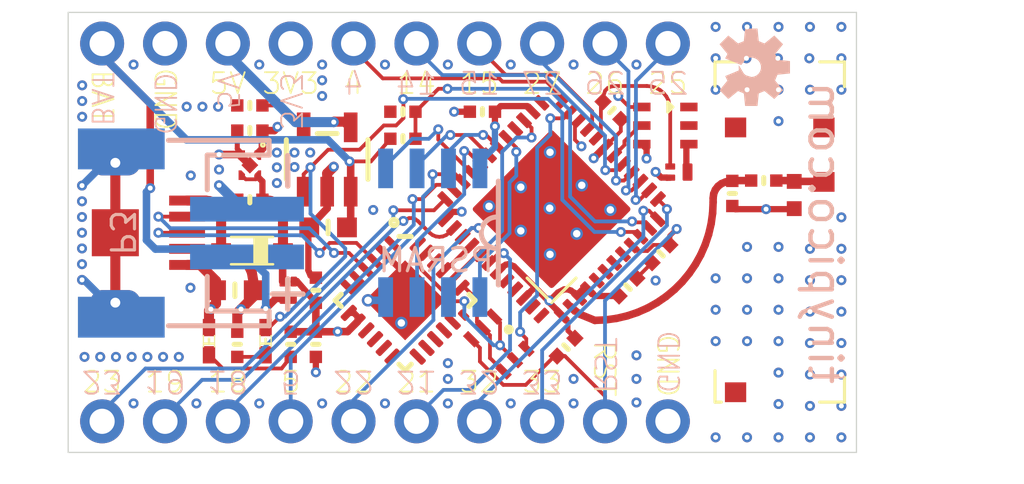
<source format=kicad_pcb>
(kicad_pcb (version 20221018) (generator pcbnew)
  (layers (0 "F.Cu" signal) (1 "In1.Cu" signal) (2 "In2.Cu" signal) (31 "B.Cu" signal) (34 "B.Paste" user) (35 "F.Paste" user) (36 "B.SilkS" user "B.Silkscreen") (37 "F.SilkS" user "F.Silkscreen") (38 "B.Mask" user) (39 "F.Mask" user) (44 "Edge.Cuts" user))
  (net 0 "")
  (net 1 "GND")
  (net 2 "3.3V")
  (net 3 "RESET")
  (net 4 "GPIO0")
  (net 5 "TXD")
  (net 6 "D-")
  (net 7 "RTS")
  (net 8 "DTR")
  (net 9 "RXD")
  (net 10 "GPIO35")
  (net 11 "GPIO32")
  (net 12 "GPIO33")
  (net 13 "GPIO25")
  (net 14 "GPIO26")
  (net 15 "GPIO27")
  (net 16 "GPIO14")
  (net 17 "GPIO12")
  (net 18 "GPIO13")
  (net 19 "GPIO15")
  (net 20 "GPIO2")
  (net 21 "GPIO4")
  (net 22 "GPIO16")
  (net 23 "GPIO17")
  (net 24 "CLK")
  (net 25 "GPIO5")
  (net 26 "GPIO18")
  (net 27 "GPIO23")
  (net 28 "GPIO22")
  (net 29 "GPIO19")
  (net 30 "GPIO21")
  (net 31 "SENS_VP")
  (net 32 "SENS_CAPP")
  (net 33 "SENS_CAPN")
  (net 34 "SENS_VN")
  (net 35 "N$1")
  (net 36 "VBAT")
  (net 37 "STAT")
  (net 38 "PROG")
  (net 39 "ANT")
  (net 40 "LNA_IN")
  (net 41 "D+")
  (net 42 "USB")
  (net 43 "VBUS")
  (net 44 "N$4")
  (net 45 "N$5")
  (net 46 "N$6")
  (net 47 "N$7")
  (net 48 "GND4")
  (net 49 "GND2")
  (net 50 "GND6")
  (net 51 "GND8")
  (net 52 "3V")
  (net 53 "GPIO9")
  (net 54 "GPIO10")
  (net 55 "GPIO7")
  (net 56 "GPIO11")
  (footprint "TinyPICO:VREG_NCP170AMX300TCG" (layer "F.Cu") (at 139.9159 102.2858 -90)
    (fp_text reference "U1" hide)
    (fp_text value "NCP170AMX300TCG" hide)
  )
  (footprint "TinyPICO:SOT23-5" (layer "F.Cu") (at 143.0401 102.0572)
    (fp_text reference "CHRG0" hide)
    (fp_text value "TP4065-4.2V-SOT25-R")
  )
  (footprint "TinyPICO:RESC0402_N" (layer "F.Cu") (at 161.9123 103.4923 90)
    (fp_text reference "L1" hide)
    (fp_text value "7.5nH")
  )
  (footprint "TinyPICO:_0603MP" (layer "F.Cu") (at 139.3113 107.3404)
    (fp_text reference "C10" hide)
    (fp_text value "10µF" hide)
  )
  (footprint "TinyPICO:0402.LED" (layer "F.Cu") (at 140.5509 109.3978 90)
    (fp_text reference "D3" hide)
    (fp_text value "ORANGE")
  )
  (footprint "TinyPICO:_0402MP" (layer "F.Cu") (at 142.5829 107.3404 90)
    (fp_text reference "R12" hide)
    (fp_text value "100K" hide)
  )
  (footprint "TinyPICO:SOT883(B)" (layer "F.Cu") (at 141.4653 107.3404 -90)
    (fp_text reference "T2" hide)
    (fp_text value "TINYPICO-P-FETKMB" hide)
  )
  (footprint "TinyPICO:_0402MP" (layer "F.Cu") (at 146.1008 100.1268 180)
    (fp_text reference "R7" hide)
    (fp_text value "160K" hide)
  )
  (footprint "TinyPICO:_0402MP" (layer "F.Cu") (at 146.1008 101.219)
    (fp_text reference "R6" hide)
    (fp_text value "442K" hide)
  )
  (footprint "TinyPICO:_0402MP" (layer "F.Cu") (at 141.5669 109.5248 -90)
    (fp_text reference "R8" hide)
    (fp_text value "2K" hide)
  )
  (footprint "TinyPICO:_0402MP" (layer "F.Cu") (at 149.3139 100.1268 180)
    (fp_text reference "C6" hide)
    (fp_text value "0.1uF")
  )
  (footprint "TinyPICO:1X10_NO_SILK" (layer "F.Cu") (at 133.9469 112.6363)
    (fp_text reference "J3" hide)
    (fp_text value "")
  )
  (footprint "TinyPICO:PRO-OB-440" (layer "F.Cu") (at 158.7119 111.8616 90)
    (fp_text reference "U$8" hide)
    (fp_text value "PRO-OB-440" hide)
  )
  (footprint "TinyPICO:_0402MP" (layer "F.Cu") (at 139.9159 99.8728 180)
    (fp_text reference "R3" hide)
    (fp_text value "3K3" hide)
  )
  (footprint "TinyPICO:MICROBUILDER_QFN24_4MM_SMSC" (layer "F.Cu") (at 146.1897 107.7468 -45)
    (fp_text reference "IC2" hide)
    (fp_text value "CP2104" hide)
  )
  (footprint "TinyPICO:1X10_NO_SILK" (layer "F.Cu") (at 133.9469 97.3709)
    (fp_text reference "J1" hide)
    (fp_text value "")
  )
  (footprint "TinyPICO:_0402MP" (layer "F.Cu") (at 159.4104 103.4288 -90)
    (fp_text reference "C4" hide)
    (fp_text value "0.75pF")
  )
  (footprint "TinyPICO:_0402MP" (layer "F.Cu") (at 139.9159 100.8888 180)
    (fp_text reference "C12" hide)
    (fp_text value "1µF" hide)
  )
  (footprint "TinyPICO:_0402MP" (layer "F.Cu") (at 152.6921 109.6391 45)
    (fp_text reference "R4" hide)
    (fp_text value "10K" hide)
  )
  (footprint "TinyPICO:_0402MP" (layer "F.Cu") (at 154.5463 100.076 -45)
    (fp_text reference "R5" hide)
    (fp_text value "100K")
  )
  (footprint "TinyPICO:DUAL_NPN_SC70-6" (layer "F.Cu") (at 149.9743 109.5121 -135)
    (fp_text reference "Q3" hide)
    (fp_text value "MUN5214DW1T1G" hide)
  )
  (footprint "TinyPICO:_0402MP" (layer "F.Cu") (at 139.9159 103.6828 180)
    (fp_text reference "C7" hide)
    (fp_text value "1µF" hide)
  )
  (footprint "TinyPICO:0402.LED" (layer "F.Cu") (at 138.2649 109.3978 90)
    (fp_text reference "D1" hide)
    (fp_text value "RED")
  )
  (footprint "TinyPICO:_0402MP" (layer "F.Cu") (at 155.194 107.2134 45)
    (fp_text reference "C1" hide)
    (fp_text value "0.1uF" hide)
  )
  (footprint "TinyPICO:_0402MP" (layer "F.Cu") (at 160.6804 102.9081)
    (fp_text reference "C5" hide)
    (fp_text value "1.5pF" hide)
  )
  (footprint "TinyPICO:_0603MP" (layer "F.Cu") (at 143.0782 104.8004 180)
    (fp_text reference "C3" hide)
    (fp_text value "10µF" hide)
  )
  (footprint "TinyPICO:USB-B-MICRO-SMD" (layer "F.Cu") (at 134.4803 105.0163)
    (fp_text reference "USB0" hide)
    (fp_text value "C40942")
  )
  (footprint "TinyPICO:_0402MP" (layer "F.Cu") (at 139.4079 109.5248 -90)
    (fp_text reference "R1" hide)
    (fp_text value "2K" hide)
  )
  (footprint "TinyPICO:_0402MP" (layer "F.Cu") (at 156.5275 105.8672 -135)
    (fp_text reference "C2" hide)
    (fp_text value "0.1uF" hide)
  )
  (footprint "TinyPICO:SOT883(B)" (layer "F.Cu") (at 157.2514 102.5652)
    (fp_text reference "PDTA143TMB,315" hide)
    (fp_text value "TINYPICO-PNPAMB")
  )
  (footprint "TinyPICO:MICROBUILDER_APA102_2020" (layer "F.Cu") (at 156.7053 100.6856 180)
    (fp_text reference "LED1" hide)
    (fp_text value "AP102-2020" hide)
  )
  (footprint "TinyPICO:_0402MP" (layer "F.Cu") (at 142.5829 109.5248 -90)
    (fp_text reference "C14" hide)
    (fp_text value "0.1uF" hide)
  )
  (footprint "TinyPICO:PICO-D4-QFN48" (layer "F.Cu") (at 152.1079 104.0638 135)
    (fp_text reference "PICO-D4" hide)
    (fp_text value "ESP32-PICO-D4" hide)
  )
  (footprint "TinyPICO:SOD323_ST" (layer "F.Cu") (at 140.0048 105.7402 180)
    (fp_text reference "D4" hide)
    (fp_text value "BAT60J" hide)
  )
  (footprint "TinyPICO:OSHW-LOGO-S" (layer "B.Cu") (at 160.177984 98.330007 90)
    (fp_text reference "LOGO1" hide)
    (fp_text value "OSHW-LOGOS" hide)
  )
  (footprint "TinyPICO:SOP8" (layer "B.Cu") (at 147.3073 105.0163 180)
    (fp_text reference "LY68L6400SLIT0" hide)
    (fp_text value "PSRAM0")
  )
  (footprint "TinyPICO:JSTPH2" (layer "B.Cu") (at 136.1948 105.029 -90)
    (fp_text reference "JST-LIPO0" hide)
    (fp_text value "LIPO")
  )
  (gr_line (start 132.5753 96.1136) (end 132.5753 113.8936) (stroke (width 0.05)) (layer "Edge.Cuts"))
  (gr_line (start 132.5753 96.1136) (end 164.4269 96.1136) (stroke (width 0.05)) (layer "Edge.Cuts"))
  (gr_line (start 164.4269 113.8936) (end 132.5753 113.8936) (stroke (width 0.05)) (layer "Edge.Cuts"))
  (gr_line (start 164.4269 96.1136) (end 164.4269 113.8936) (stroke (width 0.05)) (layer "Edge.Cuts"))
  (gr_text "33" (at 151.7269 111.5568 -180) (layer "B.SilkS") (effects (font (size 0.887984 0.887984) (thickness 0.077216)) (justify top mirror)))
  (gr_text "19" (at 136.4869 111.5568 -180) (layer "B.SilkS") (effects (font (size 0.887984 0.887984) (thickness 0.077216)) (justify top mirror)))
  (gr_text "25" (at 156.8069 98.4758) (layer "B.SilkS") (effects (font (size 0.887984 0.887984) (thickness 0.077216)) (justify top mirror)))
  (gr_text "26" (at 154.2669 98.4758) (layer "B.SilkS") (effects (font (size 0.887984 0.887984) (thickness 0.077216)) (justify top mirror)))
  (gr_text "-" (at 141.5669 102.5144 -90) (layer "B.SilkS") (effects (font (size 1.609344 1.609344) (thickness 0.219456)) (justify mirror)))
  (gr_text "tinypico.com" (at 163.9189 105.0163 -90) (layer "B.SilkS") (effects (font (size 1.296416 1.296416) (thickness 0.176784)) (justify top mirror)))
  (gr_text "14" (at 146.6469 98.4758) (layer "B.SilkS") (effects (font (size 0.887984 0.887984) (thickness 0.077216)) (justify top mirror)))
  (gr_text "23" (at 133.9469 111.5568 -180) (layer "B.SilkS") (effects (font (size 0.887984 0.887984) (thickness 0.077216)) (justify top mirror)))
  (gr_text "15" (at 149.1869 98.4758) (layer "B.SilkS") (effects (font (size 0.887984 0.887984) (thickness 0.077216)) (justify top mirror)))
  (gr_text "32" (at 149.1869 111.5568 -180) (layer "B.SilkS") (effects (font (size 0.887984 0.887984) (thickness 0.077216)) (justify top mirror)))
  (gr_text "5V" (at 139.0269 98.4758 -90) (layer "B.SilkS") (effects (font (size 0.841248 0.841248) (thickness 0.073152)) (justify right mirror)))
  (gr_text "PSRAM" (at 147.44065 105.5751) (layer "B.SilkS") (effects (font (size 0.938784 0.938784) (thickness 0.128016)) (justify top mirror)))
  (gr_text "4" (at 144.1069 98.4758) (layer "B.SilkS") (effects (font (size 0.887984 0.887984) (thickness 0.077216)) (justify top mirror)))
  (gr_text "18" (at 139.0269 111.5568 -180) (layer "B.SilkS") (effects (font (size 0.887984 0.887984) (thickness 0.077216)) (justify top mirror)))
  (gr_text "5" (at 141.5669 111.5568 -180) (layer "B.SilkS") (effects (font (size 0.887984 0.887984) (thickness 0.077216)) (justify top mirror)))
  (gr_text "P3" (at 135.2931 105.0163 -90) (layer "B.SilkS") (effects (font (size 0.938784 0.938784) (thickness 0.128016)) (justify top mirror)))
  (gr_text "GND" (at 156.8069 111.5568 -90) (layer "B.SilkS") (effects (font (size 0.841248 0.841248) (thickness 0.073152)) (justify left mirror)))
  (gr_text "BAT" (at 133.9469 98.4758 -90) (layer "B.SilkS") (effects (font (size 0.841248 0.841248) (thickness 0.073152)) (justify right mirror)))
  (gr_text "21" (at 146.6469 111.5568 -180) (layer "B.SilkS") (effects (font (size 0.887984 0.887984) (thickness 0.077216)) (justify top mirror)))
  (gr_text "+" (at 141.5669 107.4928 -90) (layer "B.SilkS") (effects (font (size 1.609344 1.609344) (thickness 0.219456)) (justify mirror)))
  (gr_text "27" (at 151.7269 98.4758) (layer "B.SilkS") (effects (font (size 0.887984 0.887984) (thickness 0.077216)) (justify top mirror)))
  (gr_text "RST" (at 154.2669 111.5568 -90) (layer "B.SilkS") (effects (font (size 0.841248 0.841248) (thickness 0.073152)) (justify left mirror)))
  (gr_text "22" (at 144.1069 111.5568 -180) (layer "B.SilkS") (effects (font (size 0.887984 0.887984) (thickness 0.077216)) (justify top mirror)))
  (gr_text "GND" (at 136.4869 98.4758 -90) (layer "B.SilkS") (effects (font (size 0.841248 0.841248) (thickness 0.073152)) (justify right mirror)))
  (gr_text "3V3" (at 141.5669 98.4758 -90) (layer "B.SilkS") (effects (font (size 0.841248 0.841248) (thickness 0.073152)) (justify right mirror)))
  (gr_text "25" (at 156.8069 98.9838) (layer "F.SilkS") (effects (font (size 0.841248 0.841248) (thickness 0.073152))))
  (gr_text "5" (at 141.5669 111.0488) (layer "F.SilkS") (effects (font (size 0.841248 0.841248) (thickness 0.073152))))
  (gr_text "3V3" (at 141.5669 98.9838) (layer "F.SilkS") (effects (font (size 0.841248 0.841248) (thickness 0.073152))))
  (gr_text "RST" (at 154.2415 110.5154 270) (layer "F.SilkS") (effects (font (size 0.841248 0.841248) (thickness 0.073152))))
  (gr_text "32" (at 149.1869 111.0488) (layer "F.SilkS") (effects (font (size 0.841248 0.841248) (thickness 0.073152))))
  (gr_text "14" (at 146.6469 98.9838) (layer "F.SilkS") (effects (font (size 0.841248 0.841248) (thickness 0.073152))))
  (gr_text "21" (at 146.6469 111.0488) (layer "F.SilkS") (effects (font (size 0.841248 0.841248) (thickness 0.073152))))
  (gr_text "23" (at 133.9469 111.0488) (layer "F.SilkS") (effects (font (size 0.841248 0.841248) (thickness 0.073152))))
  (gr_text "GND" (at 156.790643 110.3884 270) (layer "F.SilkS") (effects (font (size 0.841248 0.841248) (thickness 0.073152))))
  (gr_text "26" (at 154.2669 98.9838) (layer "F.SilkS") (effects (font (size 0.841248 0.841248) (thickness 0.073152))))
  (gr_text "22" (at 144.1069 111.0488) (layer "F.SilkS") (effects (font (size 0.841248 0.841248) (thickness 0.073152))))
  (gr_text "15" (at 149.1869 98.9838) (layer "F.SilkS") (effects (font (size 0.841248 0.841248) (thickness 0.073152))))
  (gr_text "27" (at 151.7269 98.9838) (layer "F.SilkS") (effects (font (size 0.841248 0.841248) (thickness 0.073152))))
  (gr_text "GND" (at 136.4869 99.6188 270) (layer "F.SilkS") (effects (font (size 0.841248 0.841248) (thickness 0.073152))))
  (gr_text "18" (at 139.0269 111.0488) (layer "F.SilkS") (effects (font (size 0.841248 0.841248) (thickness 0.073152))))
  (gr_text "33" (at 151.7269 111.0488) (layer "F.SilkS") (effects (font (size 0.841248 0.841248) (thickness 0.073152))))
  (gr_text "5V" (at 139.0269 98.9838) (layer "F.SilkS") (effects (font (size 0.841248 0.841248) (thickness 0.073152))))
  (gr_text "4" (at 144.1069 98.9838) (layer "F.SilkS") (effects (font (size 0.841248 0.841248) (thickness 0.073152))))
  (gr_text "19" (at 136.4869 111.0488) (layer "F.SilkS") (effects (font (size 0.841248 0.841248) (thickness 0.073152))))
  (gr_text "BAT" (at 133.9469 99.5172 270) (layer "F.SilkS") (effects (font (size 0.841248 0.841248) (thickness 0.073152))))
  (segment (start 138.2649 108.165029) (end 138.2649 108.8478) (width 0.4064) (layer "F.Cu") (net 1))
  (segment (start 139.4079 101.6278) (end 139.6159 101.8358) (width 0.2032) (layer "F.Cu") (net 1))
  (segment (start 155.553209 106.854191) (end 155.553209 106.841491) (width 0.1524) (layer "F.Cu") (net 1))
  (segment (start 152.1079 104.0638) (end 151.2189 103.1748) (width 0.3048) (layer "F.Cu") (net 1))
  (segment (start 142.2797 104.841225) (end 142.2797 106.530519) (width 0.254) (layer "F.Cu") (net 1))
  (segment (start 142.581581 106.8324) (end 142.581581 106.8324) (width 0.254) (layer "F.Cu") (net 1))
  (segment (start 134.4803 105.0163) (end 134.4803 107.8413) (width 0.4064) (layer "F.Cu") (net 1))
  (segment (start 139.2555 103.6828) (end 138.6713 103.0986) (width 0.3048) (layer "F.Cu") (net 1))
  (segment (start 156.168287 106.226413) (end 155.553209 106.841491) (width 0.1524) (layer "F.Cu") (net 1))
  (segment (start 148.8059 100.1268) (end 148.1709 100.1268) (width 0.254) (layer "F.Cu") (net 1))
  (segment (start 139.6159 101.9858) (end 139.6159 101.8358) (width 0.2032) (layer "F.Cu") (net 1))
  (segment (start 138.5493 107.8746) (end 138.5493 107.3404) (width 0.4064) (layer "F.Cu") (net 1))
  (segment (start 142.581581 106.8324) (end 142.466056 106.809421) (width 0.254) (layer "F.Cu") (net 1))
  (segment (start 159.5374 104.0638) (end 159.4104 103.9368) (width 0.254) (layer "F.Cu") (net 1))
  (segment (start 138.2903 108.1336) (end 138.2649 108.165029) (width 0.4064) (layer "F.Cu") (net 1))
  (segment (start 137.9062 106.3163) (end 138.5493 106.9594) (width 0.4064) (layer "F.Cu") (net 1))
  (segment (start 142.5829 110.0328) (end 142.5829 110.6551) (width 0.254) (layer "F.Cu") (net 1))
  (segment (start 138.6713 101.854) (end 139.4841 101.854) (width 0.3048) (layer "F.Cu") (net 1))
  (segment (start 138.5493 106.9594) (end 138.5493 107.3404) (width 0.4064) (layer "F.Cu") (net 1))
  (segment (start 161.8908 104.0638) (end 160.77565 104.0638) (width 0.254) (layer "F.Cu") (net 1))
  (segment (start 139.9159 102.2858) (end 139.6159 101.9858) (width 0.3048) (layer "F.Cu") (net 1))
  (segment (start 134.4803 105.0163) (end 134.4803 102.1913) (width 0.4064) (layer "F.Cu") (net 1))
  (segment (start 143.3068 102.3493) (end 143.0401 102.616) (width 0.4064) (layer "F.Cu") (net 1))
  (segment (start 137.3803 106.3163) (end 137.9062 106.3163) (width 0.4064) (layer "F.Cu") (net 1))
  (segment (start 139.4841 101.854) (end 139.6159 101.9858) (width 0.3048) (layer "F.Cu") (net 1))
  (segment (start 155.7553 101.4356) (end 155.946981 101.627282) (width 0.254) (layer "F.Cu") (net 1))
  (segment (start 146.1897 107.7468) (end 146.1897 108.5088) (width 0.3048) (layer "F.Cu") (net 1))
  (segment (start 143.0401 104.027422) (end 143.0401 103.3573) (width 0.3048) (layer "F.Cu") (net 1))
  (segment (start 142.466056 106.809421) (end 142.368119 106.743981) (width 0.254) (layer "F.Cu") (net 1))
  (segment (start 155.946981 101.627282) (end 155.946981 102.0191) (width 0.254) (layer "F.Cu") (net 1))
  (segment (start 146.1897 108.5088) (end 146.0373 108.6612) (width 0.3048) (layer "F.Cu") (net 1))
  (segment (start 151.2189 103.1748) (end 150.8633 103.1748) (width 0.3048) (layer "F.Cu") (net 1))
  (segment (start 161.9123 104.0423) (end 161.8908 104.0638) (width 0.254) (layer "F.Cu") (net 1))
  (segment (start 139.4079 103.6828) (end 139.2555 103.6828) (width 0.3048) (layer "F.Cu") (net 1))
  (segment (start 146.1897 106.686144) (end 145.328087 105.824532) (width 0.254) (layer "F.Cu") (net 1))
  (segment (start 142.368119 106.743981) (end 142.2797 106.530519) (width 0.254) (layer "F.Cu") (net 1))
  (segment (start 139.4079 100.8888) (end 139.4079 101.6278) (width 0.2032) (layer "F.Cu") (net 1))
  (segment (start 143.0401 103.3573) (end 143.0401 102.616) (width 0.4064) (layer "F.Cu") (net 1))
  (segment (start 138.5493 107.8746) (end 138.2903 108.1336) (width 0.4064) (layer "F.Cu") (net 1))
  (segment (start 146.1897 106.686144) (end 146.1897 107.7468) (width 0.254) (layer "F.Cu") (net 1))
  (segment (start 143.0401 104.027422) (end 142.3162 104.8004) (width 0.3048) (layer "F.Cu") (net 1))
  (segment (start 142.5829 106.8324) (end 142.581581 106.8324) (width 0.4064) (layer "F.Cu") (net 1))
  (segment (start 160.77565 104.0638) (end 159.5374 104.0638) (width 0.254) (layer "F.Cu") (net 1))
  (segment (start 142.3162 104.8004) (end 142.2797 104.841225) (width 0.254) (layer "F.Cu") (net 1))
  (via (at 163.8173 112.014) (size 0.4032) (drill 0.2) (layers "F.Cu" "B.Cu") (net 1))
  (via (at 161.2773 99.2378) (size 0.4032) (drill 0.2) (layers "F.Cu" "B.Cu") (net 1))
  (via (at 140.2969 98.2218) (size 0.4032) (drill 0.2) (layers "F.Cu" "B.Cu") (net 1))
  (via (at 163.8173 97.9678) (size 0.4032) (drill 0.2) (layers "F.Cu" "B.Cu") (net 1))
  (via (at 142.8369 98.2218) (size 0.4032) (drill 0.2) (layers "F.Cu" "B.Cu") (net 1))
  (via (at 163.8173 108.204) (size 0.4032) (drill 0.2) (layers "F.Cu" "B.Cu") (net 1))
  (via (at 160.77565 104.0638) (size 0.4032) (drill 0.2) (layers "F.Cu" "B.Cu") (net 1))
  (via (at 141.7193 101.7778) (size 0.4032) (drill 0.2) (layers "F.Cu" "B.Cu") (net 1))
  (via (at 152.0444 101.7651) (size 0.5032) (drill 0.3) (layers "F.Cu" "B.Cu") (net 1))
  (via (at 137.0457 110.0328) (size 0.4032) (drill 0.2) (layers "F.Cu" "B.Cu") (net 1))
  (via (at 133.2357 110.0328) (size 0.4032) (drill 0.2) (layers "F.Cu" "B.Cu") (net 1))
  (via (at 135.2169 111.9124) (size 0.4032) (drill 0.2) (layers "F.Cu" "B.Cu") (net 1))
  (via (at 142.8369 99.4918) (size 0.4032) (drill 0.2) (layers "F.Cu" "B.Cu") (net 1))
  (via (at 133.1341 105.6513) (size 0.4032) (drill 0.2) (layers "F.Cu" "B.Cu") (net 1))
  (via (at 162.5219 97.9678) (size 0.4032) (drill 0.2) (layers "F.Cu" "B.Cu") (net 1))
  (via (at 161.2773 109.3978) (size 0.4032) (drill 0.2) (layers "F.Cu" "B.Cu") (net 1))
  (via (at 162.5473 96.6978) (size 0.4032) (drill 0.2) (layers "F.Cu" "B.Cu") (net 1))
  (via (at 163.8173 110.744) (size 0.4032) (drill 0.2) (layers "F.Cu" "B.Cu") (net 1))
  (via (at 149.5806 103.9495) (size 0.5032) (drill 0.3) (layers "F.Cu" "B.Cu") (net 1))
  (via (at 161.2773 110.6678) (size 0.4032) (drill 0.2) (layers "F.Cu" "B.Cu") (net 1))
  (via (at 160.0073 106.8578) (size 0.4032) (drill 0.2) (layers "F.Cu" "B.Cu") (net 1))
  (via (at 163.8173 106.934) (size 0.4032) (drill 0.2) (layers "F.Cu" "B.Cu") (net 1))
  (via (at 141.0081 102.3747) (size 0.4032) (drill 0.2) (layers "F.Cu" "B.Cu") (net 1))
  (via (at 160.0073 108.1278) (size 0.4032) (drill 0.2) (layers "F.Cu" "B.Cu") (net 1))
  (via (at 158.7373 97.9678) (size 0.4032) (drill 0.2) (layers "F.Cu" "B.Cu") (net 1))
  (via (at 147.9169 110.9218) (size 0.4032) (drill 0.2) (layers "F.Cu" "B.Cu") (net 1))
  (via (at 147.9169 111.9124) (size 0.4032) (drill 0.2) (layers "F.Cu" "B.Cu") (net 1))
  (via (at 162.5473 109.474) (size 0.4032) (drill 0.2) (layers "F.Cu" "B.Cu") (net 1))
  (via (at 138.6713 102.4636) (size 0.4032) (drill 0.2) (layers "F.Cu" "B.Cu") (net 1))
  (via (at 135.1407 110.0328) (size 0.4032) (drill 0.2) (layers "F.Cu" "B.Cu") (net 1))
  (via (at 161.2773 96.6978) (size 0.4032) (drill 0.2) (layers "F.Cu" "B.Cu") (net 1))
  (via (at 145.3769 98.2218) (size 0.4032) (drill 0.2) (layers "F.Cu" "B.Cu") (net 1))
  (via (at 155.5369 111.8743) (size 0.4032) (drill 0.2) (layers "F.Cu" "B.Cu") (net 1))
  (via (at 142.5829 110.6551) (size 0.4032) (drill 0.2) (layers "F.Cu" "B.Cu") (net 1))
  (via (at 142.3543 101.7778) (size 0.4032) (drill 0.2) (layers "F.Cu" "B.Cu") (net 1))
  (via (at 138.6713 103.0986) (size 0.4032) (drill 0.2) (layers "F.Cu" "B.Cu") (net 1))
  (via (at 152.0444 105.8926) (size 0.5032) (drill 0.3) (layers "F.Cu" "B.Cu") (net 1))
  (via (at 163.8173 113.284) (size 0.4032) (drill 0.2) (layers "F.Cu" "B.Cu") (net 1))
  (via (at 152.9969 110.9218) (size 0.4032) (drill 0.2) (layers "F.Cu" "B.Cu") (net 1))
  (via (at 133.1341 106.9213) (size 0.4032) (drill 0.2) (layers "F.Cu" "B.Cu") (net 1))
  (via (at 158.7373 109.3978) (size 0.4032) (drill 0.2) (layers "F.Cu" "B.Cu") (net 1))
  (via (at 135.2169 98.2218) (size 0.4032) (drill 0.2) (layers "F.Cu" "B.Cu") (net 1))
  (via (at 138.6332 99.9236) (size 0.4032) (drill 0.2) (layers "F.Cu" "B.Cu") (net 1))
  (via (at 153.3271 103.0986) (size 0.5032) (drill 0.3) (layers "F.Cu" "B.Cu") (net 1))
  (via (at 160.0073 99.2378) (size 0.4032) (drill 0.2) (layers "F.Cu" "B.Cu") (net 1))
  (via (at 162.5473 110.744) (size 0.4032) (drill 0.2) (layers "F.Cu" "B.Cu") (net 1))
  (via (at 162.5473 113.284) (size 0.4032) (drill 0.2) (layers "F.Cu" "B.Cu") (net 1))
  (via (at 133.14045 99.695) (size 0.4032) (drill 0.2) (layers "F.Cu" "B.Cu") (net 1))
  (via (at 152.0317 104.0257) (size 0.5032) (drill 0.3) (layers "F.Cu" "B.Cu") (net 1))
  (via (at 133.14045 100.33) (size 0.4032) (drill 0.2) (layers "F.Cu" "B.Cu") (net 1))
  (via (at 158.7373 106.8578) (size 0.4032) (drill 0.2) (layers "F.Cu" "B.Cu") (net 1))
  (via (at 162.5473 99.2378) (size 0.4032) (drill 0.2) (layers "F.Cu" "B.Cu") (net 1))
  (via (at 152.9969 111.9124) (size 0.4032) (drill 0.2) (layers "F.Cu" "B.Cu") (net 1))
  (via (at 160.0073 109.3978) (size 0.4032) (drill 0.2) (layers "F.Cu" "B.Cu") (net 1))
  (via (at 161.2773 111.9378) (size 0.4032) (drill 0.2) (layers "F.Cu" "B.Cu") (net 1))
  (via (at 137.9982 99.9236) (size 0.4032) (drill 0.2) (layers "F.Cu" "B.Cu") (net 1))
  (via (at 148.1709 100.1268) (size 0.4032) (drill 0.2) (layers "F.Cu" "B.Cu") (net 1))
  (via (at 163.8173 109.474) (size 0.4032) (drill 0.2) (layers "F.Cu" "B.Cu") (net 1))
  (via (at 144.90065 104.09555) (size 0.4032) (drill 0.2) (layers "F.Cu" "B.Cu") (net 1))
  (via (at 133.1341 103.7463) (size 0.4032) (drill 0.2) (layers "F.Cu" "B.Cu") (net 1))
  (via (at 161.2773 105.5878) (size 0.4032) (drill 0.2) (layers "F.Cu" "B.Cu") (net 1))
  (via (at 137.5156 107.2388) (size 0.4032) (drill 0.2) (layers "F.Cu" "B.Cu") (net 1))
  (via (at 160.0073 105.5878) (size 0.4032) (drill 0.2) (layers "F.Cu" "B.Cu") (net 1))
  (via (at 145.3769 111.9124) (size 0.4032) (drill 0.2) (layers "F.Cu" "B.Cu") (net 1))
  (via (at 146.0373 108.6612) (size 0.5032) (drill 0.3) (layers "F.Cu" "B.Cu") (net 1))
  (via (at 159.9819 97.9678) (size 0.4032) (drill 0.2) (layers "F.Cu" "B.Cu") (net 1))
  (via (at 136.4107 110.0328) (size 0.4032) (drill 0.2) (layers "F.Cu" "B.Cu") (net 1))
  (via (at 161.2773 113.284) (size 0.4032) (drill 0.2) (layers "F.Cu" "B.Cu") (net 1))
  (via (at 156.3116 106.9467) (size 0.4032) (drill 0.2) (layers "F.Cu" "B.Cu") (net 1))
  (via (at 141.0081 101.7778) (size 0.4032) (drill 0.2) (layers "F.Cu" "B.Cu") (net 1))
  (via (at 153.1239 105.0544) (size 0.5032) (drill 0.3) (layers "F.Cu" "B.Cu") (net 1))
  (via (at 144.6911 107.7468) (size 0.5032) (drill 0.3) (layers "F.Cu" "B.Cu") (net 1))
  (via (at 141.7193 102.362) (size 0.4032) (drill 0.2) (layers "F.Cu" "B.Cu") (net 1))
  (via (at 150.4569 111.9124) (size 0.4032) (drill 0.2) (layers "F.Cu" "B.Cu") (net 1))
  (via (at 142.8369 98.8568) (size 0.4032) (drill 0.2) (layers "F.Cu" "B.Cu") (net 1))
  (via (at 155.5369 110.9218) (size 0.4032) (drill 0.2) (layers "F.Cu" "B.Cu") (net 1))
  (via (at 138.6713 101.854) (size 0.4032) (drill 0.2) (layers "F.Cu" "B.Cu") (net 1))
  (via (at 150.8633 104.9401) (size 0.5032) (drill 0.3) (layers "F.Cu" "B.Cu") (net 1))
  (via (at 133.8707 110.0328) (size 0.4032) (drill 0.2) (layers "F.Cu" "B.Cu") (net 1))
  (via (at 133.14045 99.06) (size 0.4032) (drill 0.2) (layers "F.Cu" "B.Cu") (net 1))
  (via (at 133.1341 104.3813) (size 0.4032) (drill 0.2) (layers "F.Cu" "B.Cu") (net 1))
  (via (at 147.9169 110.2868) (size 0.4032) (drill 0.2) (layers "F.Cu" "B.Cu") (net 1))
  (via (at 161.2519 97.9678) (size 0.4032) (drill 0.2) (layers "F.Cu" "B.Cu") (net 1))
  (via (at 158.7373 99.2378) (size 0.4032) (drill 0.2) (layers "F.Cu" "B.Cu") (net 1))
  (via (at 133.1341 106.2863) (size 0.4032) (drill 0.2) (layers "F.Cu" "B.Cu") (net 1))
  (via (at 150.8633 103.1748) (size 0.5032) (drill 0.3) (layers "F.Cu" "B.Cu") (net 1))
  (via (at 162.5473 108.204) (size 0.4032) (drill 0.2) (layers "F.Cu" "B.Cu") (net 1))
  (via (at 158.7373 113.284) (size 0.4032) (drill 0.2) (layers "F.Cu" "B.Cu") (net 1))
  (via (at 147.9169 98.2218) (size 0.4032) (drill 0.2) (layers "F.Cu" "B.Cu") (net 1))
  (via (at 163.8173 105.664) (size 0.4032) (drill 0.2) (layers "F.Cu" "B.Cu") (net 1))
  (via (at 161.2773 100.5078) (size 0.4032) (drill 0.2) (layers "F.Cu" "B.Cu") (net 1))
  (via (at 161.2773 106.8578) (size 0.4032) (drill 0.2) (layers "F.Cu" "B.Cu") (net 1))
  (via (at 142.8369 111.9124) (size 0.4032) (drill 0.2) (layers "F.Cu" "B.Cu") (net 1))
  (via (at 162.5473 112.014) (size 0.4032) (drill 0.2) (layers "F.Cu" "B.Cu") (net 1))
  (via (at 150.4569 98.2218) (size 0.4032) (drill 0.2) (layers "F.Cu" "B.Cu") (net 1))
  (via (at 133.1341 103.1113) (size 0.4032) (drill 0.2) (layers "F.Cu" "B.Cu") (net 1))
  (via (at 163.8173 99.2378) (size 0.4032) (drill 0.2) (layers "F.Cu" "B.Cu") (net 1))
  (via (at 137.5283 102.7049) (size 0.4032) (drill 0.2) (layers "F.Cu" "B.Cu") (net 1))
  (via (at 140.2969 111.9124) (size 0.4032) (drill 0.2) (layers "F.Cu" "B.Cu") (net 1))
  (via (at 155.5369 98.2218) (size 0.4032) (drill 0.2) (layers "F.Cu" "B.Cu") (net 1))
  (via (at 152.9969 98.2218) (size 0.4032) (drill 0.2) (layers "F.Cu" "B.Cu") (net 1))
  (via (at 163.8173 96.6978) (size 0.4032) (drill 0.2) (layers "F.Cu" "B.Cu") (net 1))
  (via (at 160.0073 96.6978) (size 0.4032) (drill 0.2) (layers "F.Cu" "B.Cu") (net 1))
  (via (at 137.3632 99.9236) (size 0.4032) (drill 0.2) (layers "F.Cu" "B.Cu") (net 1))
  (via (at 162.5473 106.934) (size 0.4032) (drill 0.2) (layers "F.Cu" "B.Cu") (net 1))
  (via (at 158.7373 96.6978) (size 0.4032) (drill 0.2) (layers "F.Cu" "B.Cu") (net 1))
  (via (at 155.946981 102.0191) (size 0.4032) (drill 0.2) (layers "F.Cu" "B.Cu") (net 1))
  (via (at 137.7569 111.9124) (size 0.4032) (drill 0.2) (layers "F.Cu" "B.Cu") (net 1))
  (via (at 134.5057 110.0328) (size 0.4032) (drill 0.2) (layers "F.Cu" "B.Cu") (net 1))
  (via (at 133.1341 105.0163) (size 0.4032) (drill 0.2) (layers "F.Cu" "B.Cu") (net 1))
  (via (at 160.0073 113.284) (size 0.4032) (drill 0.2) (layers "F.Cu" "B.Cu") (net 1))
  (via (at 161.2773 108.1278) (size 0.4032) (drill 0.2) (layers "F.Cu" "B.Cu") (net 1))
  (via (at 155.5369 109.9693) (size 0.4032) (drill 0.2) (layers "F.Cu" "B.Cu") (net 1))
  (via (at 162.5473 105.664) (size 0.4032) (drill 0.2) (layers "F.Cu" "B.Cu") (net 1))
  (via (at 143.3068 102.3493) (size 0.4032) (drill 0.2) (layers "F.Cu" "B.Cu") (net 1))
  (via (at 163.8173 104.394) (size 0.4032) (drill 0.2) (layers "F.Cu" "B.Cu") (net 1))
  (via (at 138.3411 108.1024) (size 0.4032) (drill 0.2) (layers "F.Cu" "B.Cu") (net 1))
  (via (at 135.7757 110.0328) (size 0.4032) (drill 0.2) (layers "F.Cu" "B.Cu") (net 1))
  (via (at 158.7373 108.1278) (size 0.4032) (drill 0.2) (layers "F.Cu" "B.Cu") (net 1))
  (via (at 141.0081 103.0097) (size 0.4032) (drill 0.2) (layers "F.Cu" "B.Cu") (net 1))
  (via (at 154.4828 104.0892) (size 0.5032) (drill 0.3) (layers "F.Cu" "B.Cu") (net 1))
  (segment (start 138.6713 103.0986) (end 139.6365 104.0638) (width 0.4064) (layer "B.Cu") (net 1))
  (segment (start 139.6365 104.0638) (end 139.8016 104.0638) (width 0.4064) (layer "B.Cu") (net 1))
  (segment (start 133.1341 103.1113) (end 134.6164 101.629) (width 0.3048) (layer "B.Cu") (net 1))
  (segment (start 133.2139 106.9213) (end 133.1341 106.9213) (width 0.254) (layer "B.Cu") (net 1))
  (segment (start 134.7216 108.429) (end 133.2139 106.9213) (width 0.3048) (layer "B.Cu") (net 1))
  (segment (start 134.6164 101.629) (end 134.7216 101.629) (width 0.254) (layer "B.Cu") (net 1))
  (segment (start 145.4023 107.6163) (end 145.2718 107.7468) (width 0.3048) (layer "B.Cu") (net 1))
  (segment (start 145.2718 107.7468) (end 144.6911 107.7468) (width 0.3048) (layer "B.Cu") (net 1))
  (segment (start 151.406403 107.193157) (end 151.588534 107.375288) (width 0.254) (layer "F.Cu") (net 2))
  (segment (start 150.992509 107.654066) (end 150.994134 107.654066) (width 0.254) (layer "F.Cu") (net 2))
  (segment (start 154.905509 100.912638) (end 154.905509 100.435213) (width 0.1524) (layer "F.Cu") (net 2))
  (segment (start 150.587453 106.372047) (end 151.406403 107.190997) (width 0.254) (layer "F.Cu") (net 2))
  (segment (start 152.770181 108.615172) (end 152.770181 108.973363) (width 0.2032) (layer "F.Cu") (net 2))
  (segment (start 156.9014 102.7902) (end 156.7744 102.7902) (width 0.254) (layer "F.Cu") (net 2))
  (segment (start 150.161967 106.372048) (end 150.259575 106.306828) (width 0.254) (layer "F.Cu") (net 2))
  (segment (start 152.612681 107.306233) (end 152.364462 107.432707) (width 0.254) (layer "F.Cu") (net 2))
  (segment (start 140.4239 101.6278) (end 140.4239 100.8888) (width 0.3048) (layer "F.Cu") (net 2))
  (segment (start 152.299925 108.1176) (end 152.015246 107.832922) (width 0.254) (layer "F.Cu") (net 2))
  (segment (start 152.299925 108.119516) (end 152.299925 108.1176) (width 0.254) (layer "F.Cu") (net 2))
  (segment (start 140.2159 101.8358) (end 140.4239 101.6278) (width 0.3048) (layer "F.Cu") (net 2))
  (segment (start 151.406403 107.190997) (end 151.406403 107.193157) (width 0.254) (layer "F.Cu") (net 2))
  (segment (start 150.259575 106.306828) (end 150.37471 106.283926) (width 0.254) (layer "F.Cu") (net 2))
  (segment (start 154.28395 101.534197) (end 154.905509 100.912638) (width 0.1524) (layer "F.Cu") (net 2))
  (segment (start 153.585612 107.300513) (end 153.57684 107.300513) (width 0.254) (layer "F.Cu") (net 2))
  (segment (start 153.223287 107.476266) (end 153.223287 107.654066) (width 0.3048) (layer "F.Cu") (net 2))
  (segment (start 152.516181 108.335772) (end 152.299925 108.119516) (width 0.254) (layer "F.Cu") (net 2))
  (segment (start 153.223287 107.654066) (end 153.001928 107.432707) (width 0.254) (layer "F.Cu") (net 2))
  (segment (start 153.57684 107.300513) (end 153.39904 107.300513) (width 0.3048) (layer "F.Cu") (net 2))
  (segment (start 148.116853 104.174525) (end 148.466575 104.174525) (width 0.254) (layer "F.Cu") (net 2))
  (segment (start 152.015246 107.756722) (end 152.015246 107.756722) (width 0.254) (layer "F.Cu") (net 2))
  (segment (start 153.001928 107.432707) (end 153.001928 107.432707) (width 0.254) (layer "F.Cu") (net 2))
  (segment (start 152.364462 107.432707) (end 152.040446 107.756722) (width 0.254) (layer "F.Cu") (net 2))
  (segment (start 147.819293 104.472085) (end 148.116853 104.174525) (width 0.254) (layer "F.Cu") (net 2))
  (segment (start 152.887834 107.349813) (end 152.753709 107.306233) (width 0.254) (layer "F.Cu") (net 2))
  (segment (start 153.39904 107.300513) (end 153.223287 107.476266) (width 0.3048) (layer "F.Cu") (net 2))
  (segment (start 152.516181 108.361172) (end 152.770181 108.615172) (width 0.2032) (layer "F.Cu") (net 2))
  (segment (start 152.516181 108.361172) (end 152.516181 108.335772) (width 0.254) (layer "F.Cu") (net 2))
  (segment (start 150.994134 107.654066) (end 151.431803 107.216397) (width 0.254) (layer "F.Cu") (net 2))
  (segment (start 156.7744 102.7902) (end 156.7708 102.7866) (width 0.254) (layer "F.Cu") (net 2))
  (segment (start 152.015246 107.756722) (end 151.96479 107.756722) (width 0.254) (layer "F.Cu") (net 2))
  (segment (start 154.834787 107.572613) (end 153.857712 107.572613) (width 0.254) (layer "F.Cu") (net 2))
  (segment (start 140.4239 100.8888) (end 140.9065 100.8888) (width 0.3048) (layer "F.Cu") (net 2))
  (segment (start 141.0335 100.7364) (end 141.0335 100.7618) (width 0.3048) (layer "F.Cu") (net 2))
  (segment (start 153.811746 102.0064) (end 153.8097 102.0064) (width 0.254) (layer "F.Cu") (net 2))
  (segment (start 153.051309 109.254491) (end 153.051309 109.279891) (width 0.2032) (layer "F.Cu") (net 2))
  (segment (start 151.96479 107.756722) (end 151.588534 107.375288) (width 0.254) (layer "F.Cu") (net 2))
  (segment (start 153.001928 107.432707) (end 152.887834 107.349813) (width 0.254) (layer "F.Cu") (net 2))
  (segment (start 151.588534 107.375288) (end 151.431803 107.216397) (width 0.254) (layer "F.Cu") (net 2))
  (segment (start 153.051309 109.254491) (end 152.770181 108.973363) (width 0.2032) (layer "F.Cu") (net 2))
  (segment (start 152.015246 107.756722) (end 152.040446 107.756722) (width 0.254) (layer "F.Cu") (net 2))
  (segment (start 150.161968 106.372047) (end 150.161967 106.372048) (width 0.254) (layer "F.Cu") (net 2))
  (segment (start 141.0335 100.7618) (end 140.9065 100.8888) (width 0.3048) (layer "F.Cu") (net 2))
  (segment (start 156.7708 102.7866) (end 156.5402 102.7866) (width 0.254) (layer "F.Cu") (net 2))
  (segment (start 149.931846 106.593407) (end 149.940609 106.593407) (width 0.254) (layer "F.Cu") (net 2))
  (segment (start 153.857712 107.572613) (end 153.585612 107.300513) (width 0.254) (layer "F.Cu") (net 2))
  (segment (start 152.753709 107.306233) (end 152.612681 107.306233) (width 0.254) (layer "F.Cu") (net 2))
  (segment (start 148.466575 104.174525) (end 148.4757 104.1654) (width 0.254) (layer "F.Cu") (net 2))
  (segment (start 150.37471 106.283926) (end 150.587453 106.372047) (width 0.254) (layer "F.Cu") (net 2))
  (segment (start 154.28395 101.534197) (end 153.811746 102.0064) (width 0.3048) (layer "F.Cu") (net 2))
  (segment (start 147.810528 104.472085) (end 147.819293 104.472085) (width 0.254) (layer "F.Cu") (net 2))
  (segment (start 152.015246 107.756722) (end 152.015246 107.832922) (width 0.254) (layer "F.Cu") (net 2))
  (segment (start 150.161968 106.372047) (end 149.940609 106.593407) (width 0.254) (layer "F.Cu") (net 2))
  (segment (start 156.5402 102.7866) (end 156.3116 102.558) (width 0.254) (layer "F.Cu") (net 2))
  (via (at 153.8097 102.0064) (size 0.4032) (drill 0.2) (layers "F.Cu" "B.Cu") (net 2))
  (via (at 148.4757 104.1654) (size 0.4032) (drill 0.2) (layers "F.Cu" "B.Cu") (net 2))
  (via (at 156.3116 102.558) (size 0.4032) (drill 0.2) (layers "F.Cu" "B.Cu") (net 2))
  (via (at 152.015246 107.756722) (size 0.4032) (drill 0.2) (layers "F.Cu" "B.Cu") (net 2))
  (via (at 141.0335 100.7364) (size 0.4032) (drill 0.2) (layers "F.Cu" "B.Cu") (net 2))
  (segment (start 152.229018 109.998313) (end 152.332887 109.998313) (width 0.1524) (layer "F.Cu") (net 3))
  (segment (start 156.886709 105.507991) (end 156.886709 105.139691) (width 0.2032) (layer "F.Cu") (net 3))
  (segment (start 151.062462 111.164869) (end 152.229018 109.998313) (width 0.1524) (layer "F.Cu") (net 3))
  (segment (start 148.86414 109.321182) (end 149.2123 109.669341) (width 0.1524) (layer "F.Cu") (net 3))
  (segment (start 150.157528 111.164869) (end 151.062462 111.164869) (width 0.1524) (layer "F.Cu") (net 3))
  (segment (start 154.2669 111.619325) (end 154.2669 112.6363) (width 0.1524) (layer "F.Cu") (net 3))
  (segment (start 156.886709 105.507991) (end 156.226309 105.507991) (width 0.1524) (layer "F.Cu") (net 3))
  (segment (start 149.2123 110.219641) (end 150.157528 111.164869) (width 0.1524) (layer "F.Cu") (net 3))
  (segment (start 149.2123 109.669341) (end 149.2123 110.219641) (width 0.1524) (layer "F.Cu") (net 3))
  (segment (start 157.1625 104.8639) (end 156.886709 105.139691) (width 0.2032) (layer "F.Cu") (net 3))
  (segment (start 155.349015 105.532744) (end 155.570371 105.7541) (width 0.1524) (layer "F.Cu") (net 3))
  (segment (start 156.226309 105.507991) (end 155.9802 105.7541) (width 0.1524) (layer "F.Cu") (net 3))
  (segment (start 152.332887 109.998313) (end 152.645887 109.998313) (width 0.1524) (layer "F.Cu") (net 3))
  (segment (start 155.9802 105.7541) (end 155.570371 105.7541) (width 0.1524) (layer "F.Cu") (net 3))
  (segment (start 155.344609 105.532744) (end 155.349015 105.532744) (width 0.1524) (layer "F.Cu") (net 3))
  (segment (start 154.2669 111.619325) (end 152.645887 109.998313) (width 0.1524) (layer "F.Cu") (net 3))
  (via (at 157.1625 104.8639) (size 0.4032) (drill 0.2) (layers "F.Cu" "B.Cu") (net 3))
  (segment (start 154.2669 107.7595) (end 154.2669 112.6363) (width 0.1524) (layer "B.Cu") (net 3))
  (segment (start 157.1625 104.8639) (end 154.2669 107.7595) (width 0.1524) (layer "B.Cu") (net 3))
  (segment (start 150.8379 109.0168) (end 150.821268 109.033432) (width 0.1524) (layer "F.Cu") (net 4))
  (segment (start 152.056062 100.392463) (end 152.597256 100.392463) (width 0.1524) (layer "F.Cu") (net 4))
  (segment (start 151.084456 109.296622) (end 151.084456 109.703022) (width 0.1524) (layer "F.Cu") (net 4))
  (segment (start 152.869734 100.119985) (end 152.597256 100.392463) (width 0.1524) (layer "F.Cu") (net 4))
  (segment (start 151.084456 109.296622) (end 150.821268 109.033432) (width 0.1524) (layer "F.Cu") (net 4))
  (via (at 150.8379 109.0168) (size 0.4032) (drill 0.2) (layers "F.Cu" "B.Cu") (net 4))
  (via (at 152.056062 100.392463) (size 0.4032) (drill 0.2) (layers "F.Cu" "B.Cu") (net 4))
  (segment (start 150.8379 109.0168) (end 150.8379 108.235219) (width 0.1524) (layer "B.Cu") (net 4))
  (segment (start 152.056062 101.052863) (end 151.522662 101.586263) (width 0.1524) (layer "B.Cu") (net 4))
  (segment (start 152.056062 100.392463) (end 152.056062 101.052863) (width 0.1524) (layer "B.Cu") (net 4))
  (segment (start 151.522662 107.550457) (end 150.8379 108.235219) (width 0.1524) (layer "B.Cu") (net 4))
  (segment (start 151.522662 101.586263) (end 151.522662 107.550457) (width 0.1524) (layer "B.Cu") (net 4))
  (segment (start 148.111968 106.885191) (end 148.146521 106.862919) (width 0.1524) (layer "F.Cu") (net 5))
  (segment (start 149.12314 105.8863) (end 148.146521 106.862919) (width 0.1524) (layer "F.Cu") (net 5))
  (segment (start 149.12314 105.8863) (end 149.22474 105.8863) (width 0.1524) (layer "F.Cu") (net 5))
  (segment (start 137.3803 104.3663) (end 136.2209 104.3663) (width 0.1524) (layer "F.Cu") (net 6))
  (segment (start 143.921543 105.8322) (end 143.315418 105.8322) (width 0.1524) (layer "F.Cu") (net 6))
  (segment (start 143.921543 105.8322) (end 144.620981 106.531638) (width 0.1524) (layer "F.Cu") (net 6))
  (segment (start 136.2209 104.3663) (end 136.2202 104.367) (width 0.1524) (layer "F.Cu") (net 6))
  (via (at 136.2202 104.367) (size 0.4032) (drill 0.2) (layers "F.Cu" "B.Cu") (net 6))
  (via (at 143.315418 105.8322) (size 0.4032) (drill 0.2) (layers "F.Cu" "B.Cu") (net 6))
  (segment (start 136.697831 104.8338) (end 136.231031 104.367) (width 0.1524) (layer "B.Cu") (net 6))
  (segment (start 142.317018 104.8338) (end 136.697831 104.8338) (width 0.1524) (layer "B.Cu") (net 6))
  (segment (start 143.315418 105.8322) (end 142.317018 104.8338) (width 0.1524) (layer "B.Cu") (net 6))
  (segment (start 136.2202 104.367) (end 136.231031 104.367) (width 0.1524) (layer "B.Cu") (net 6))
  (segment (start 148.60964 107.238747) (end 149.093034 107.722141) (width 0.1524) (layer "F.Cu") (net 7))
  (segment (start 149.093034 107.722141) (end 149.093034 108.630838) (width 0.1524) (layer "F.Cu") (net 7))
  (segment (start 149.6187 110.0836) (end 149.626559 110.0836) (width 0.1524) (layer "F.Cu") (net 7))
  (segment (start 149.626559 110.0836) (end 150.165218 110.62226) (width 0.1524) (layer "F.Cu") (net 7))
  (segment (start 148.465521 107.238747) (end 148.60964 107.238747) (width 0.1524) (layer "F.Cu") (net 7))
  (segment (start 149.6187 109.156504) (end 149.6187 110.0836) (width 0.1524) (layer "F.Cu") (net 7))
  (segment (start 149.323759 108.861563) (end 149.6187 109.156504) (width 0.1524) (layer "F.Cu") (net 7))
  (segment (start 149.093034 108.630838) (end 149.323759 108.861563) (width 0.1524) (layer "F.Cu") (net 7))
  (segment (start 148.130996 107.784279) (end 148.582684 107.784279) (width 0.1524) (layer "F.Cu") (net 8))
  (segment (start 146.767998 106.207082) (end 146.767998 106.32204) (width 0.1524) (layer "F.Cu") (net 8))
  (segment (start 146.871093 106.004747) (end 146.803522 106.09775) (width 0.1524) (layer "F.Cu") (net 8))
  (segment (start 146.767998 106.32204) (end 146.871093 106.524375) (width 0.1524) (layer "F.Cu") (net 8))
  (segment (start 146.871093 106.524375) (end 148.130996 107.784279) (width 0.1524) (layer "F.Cu") (net 8))
  (segment (start 149.783378 108.401944) (end 150.0251 108.643666) (width 0.1524) (layer "F.Cu") (net 8))
  (segment (start 146.803522 106.09775) (end 146.767998 106.207082) (width 0.1524) (layer "F.Cu") (net 8))
  (segment (start 147.051309 105.824532) (end 146.871093 106.004747) (width 0.1524) (layer "F.Cu") (net 8))
  (segment (start 150.0251 109.562904) (end 150.624837 110.162641) (width 0.1524) (layer "F.Cu") (net 8))
  (segment (start 146.871093 106.004747) (end 146.871093 106.004747) (width 0.1524) (layer "F.Cu") (net 8))
  (segment (start 150.0251 108.643666) (end 150.0251 109.562904) (width 0.1524) (layer "F.Cu") (net 8))
  (via (at 150.0251 109.562904) (size 0.4032) (drill 0.2) (layers "F.Cu" "B.Cu") (net 8))
  (via (at 148.582684 107.784279) (size 0.4032) (drill 0.2) (layers "F.Cu" "B.Cu") (net 8))
  (segment (start 149.766431 109.562904) (end 150.0251 109.562904) (width 0.1524) (layer "B.Cu") (net 8))
  (segment (start 148.582684 107.784279) (end 148.582684 108.379157) (width 0.1524) (layer "B.Cu") (net 8))
  (segment (start 149.766431 109.562904) (end 148.582684 108.379157) (width 0.1524) (layer "B.Cu") (net 8))
  (segment (start 148.820387 105.532744) (end 147.843765 106.509366) (width 0.1524) (layer "F.Cu") (net 9))
  (segment (start 147.758415 106.531638) (end 147.843765 106.509366) (width 0.1524) (layer "F.Cu") (net 9))
  (segment (start 148.871187 105.532744) (end 148.820387 105.532744) (width 0.1524) (layer "F.Cu") (net 9))
  (segment (start 147.5359 99.1997) (end 147.9042 99.1997) (width 0.1524) (layer "F.Cu") (net 10))
  (segment (start 146.6088 100.1268) (end 147.5359 99.1997) (width 0.1524) (layer "F.Cu") (net 10))
  (segment (start 155.823115 104.597038) (end 155.397037 104.597038) (width 0.1524) (layer "F.Cu") (net 10))
  (segment (start 155.823115 104.597038) (end 156.051715 104.825638) (width 0.1524) (layer "F.Cu") (net 10))
  (segment (start 155.397037 104.597038) (end 155.3591 104.5591) (width 0.1524) (layer "F.Cu") (net 10))
  (segment (start 146.6088 100.1268) (end 146.6088 101.219) (width 0.1524) (layer "F.Cu") (net 10))
  (via (at 155.3591 104.5591) (size 0.4032) (drill 0.2) (layers "F.Cu" "B.Cu") (net 10))
  (via (at 147.9042 99.1997) (size 0.4032) (drill 0.2) (layers "F.Cu" "B.Cu") (net 10))
  (segment (start 151.980437 99.1997) (end 147.9042 99.1997) (width 0.1524) (layer "B.Cu") (net 10))
  (segment (start 153.8605 104.5591) (end 152.8572 103.5558) (width 0.1524) (layer "B.Cu") (net 10))
  (segment (start 152.8572 103.5558) (end 152.8572 100.076463) (width 0.1524) (layer "B.Cu") (net 10))
  (segment (start 155.3591 104.5591) (end 153.8605 104.5591) (width 0.1524) (layer "B.Cu") (net 10))
  (segment (start 152.8572 100.076463) (end 151.980437 99.1997) (width 0.1524) (layer "B.Cu") (net 10))
  (segment (start 156.389684 104.472085) (end 156.0449 104.1273) (width 0.1524) (layer "F.Cu") (net 11))
  (segment (start 156.0449 104.1273) (end 155.8163 104.1273) (width 0.1524) (layer "F.Cu") (net 11))
  (segment (start 156.405268 104.472085) (end 156.389684 104.472085) (width 0.1524) (layer "F.Cu") (net 11))
  (via (at 155.8163 104.1273) (size 0.4032) (drill 0.2) (layers "F.Cu" "B.Cu") (net 11))
  (segment (start 155.8163 104.1273) (end 155.8163 105.180425) (width 0.1524) (layer "B.Cu") (net 11))
  (segment (start 155.8163 105.180425) (end 149.1869 111.809825) (width 0.1524) (layer "B.Cu") (net 11))
  (segment (start 149.1869 112.6363) (end 149.1869 111.809825) (width 0.1524) (layer "B.Cu") (net 11))
  (segment (start 156.405268 103.662169) (end 156.7688 104.0257) (width 0.1524) (layer "F.Cu") (net 12))
  (segment (start 156.405268 103.655519) (end 156.405268 103.662169) (width 0.1524) (layer "F.Cu") (net 12))
  (segment (start 156.7688 104.0257) (end 156.7688 104.0638) (width 0.1524) (layer "F.Cu") (net 12))
  (via (at 156.7688 104.0638) (size 0.4032) (drill 0.2) (layers "F.Cu" "B.Cu") (net 12))
  (segment (start 156.7688 104.0638) (end 156.7688 104.7242) (width 0.1524) (layer "B.Cu") (net 12))
  (segment (start 151.7269 109.7661) (end 151.7269 112.6363) (width 0.1524) (layer "B.Cu") (net 12))
  (segment (start 156.7688 104.7242) (end 151.7269 109.7661) (width 0.1524) (layer "B.Cu") (net 12))
  (segment (start 156.051715 103.301966) (end 155.663746 103.689935) (width 0.1524) (layer "F.Cu") (net 13))
  (segment (start 155.663746 103.689935) (end 155.505934 103.689935) (width 0.1524) (layer "F.Cu") (net 13))
  (via (at 155.505934 103.689935) (size 0.4032) (drill 0.2) (layers "F.Cu" "B.Cu") (net 13))
  (segment (start 155.516781 98.889619) (end 155.516781 103.679088) (width 0.1524) (layer "B.Cu") (net 13))
  (segment (start 156.8069 97.5995) (end 156.8069 97.3709) (width 0.1524) (layer "B.Cu") (net 13))
  (segment (start 155.516781 103.679088) (end 155.505934 103.689935) (width 0.1524) (layer "B.Cu") (net 13))
  (segment (start 156.8069 97.5995) (end 155.516781 98.889619) (width 0.1524) (layer "B.Cu") (net 13))
  (segment (start 155.337903 103.308672) (end 155.111971 103.308672) (width 0.1524) (layer "F.Cu") (net 14))
  (segment (start 155.698162 102.948413) (end 155.337903 103.308672) (width 0.1524) (layer "F.Cu") (net 14))
  (via (at 155.111971 103.308672) (size 0.4032) (drill 0.2) (layers "F.Cu" "B.Cu") (net 14))
  (segment (start 155.213571 98.495372) (end 155.213571 103.207072) (width 0.1524) (layer "B.Cu") (net 14))
  (segment (start 155.213571 98.495372) (end 154.2669 97.5487) (width 0.1524) (layer "B.Cu") (net 14))
  (segment (start 155.213571 103.207072) (end 155.111971 103.308672) (width 0.1524) (layer "B.Cu") (net 14))
  (segment (start 154.2669 97.5487) (end 154.2669 97.3709) (width 0.1524) (layer "B.Cu") (net 14))
  (segment (start 155.344609 102.59486) (end 155.031109 102.90836) (width 0.1524) (layer "F.Cu") (net 15))
  (segment (start 155.031109 102.90836) (end 154.711659 102.90836) (width 0.1524) (layer "F.Cu") (net 15))
  (via (at 154.711659 102.90836) (size 0.4032) (drill 0.2) (layers "F.Cu" "B.Cu") (net 15))
  (segment (start 154.711659 101.11766) (end 154.711659 102.90836) (width 0.1524) (layer "B.Cu") (net 15))
  (segment (start 151.7269 98.1329) (end 151.7269 97.3709) (width 0.1524) (layer "B.Cu") (net 15))
  (segment (start 154.711659 101.11766) (end 151.7269 98.1329) (width 0.1524) (layer "B.Cu") (net 15))
  (segment (start 154.743359 102.489) (end 154.991056 102.241304) (width 0.1524) (layer "F.Cu") (net 16))
  (segment (start 154.5844 102.489) (end 154.2796 102.489) (width 0.1524) (layer "F.Cu") (net 16))
  (segment (start 154.5844 102.489) (end 154.743359 102.489) (width 0.1524) (layer "F.Cu") (net 16))
  (via (at 154.2796 102.489) (size 0.4032) (drill 0.2) (layers "F.Cu" "B.Cu") (net 16))
  (segment (start 147.693643 98.646244) (end 146.6469 97.5995) (width 0.1524) (layer "B.Cu") (net 16))
  (segment (start 146.6469 97.3709) (end 146.6469 97.5995) (width 0.1524) (layer "B.Cu") (net 16))
  (segment (start 154.2796 102.489) (end 154.2653 102.4747) (width 0.1524) (layer "B.Cu") (net 16))
  (segment (start 151.822118 98.646244) (end 147.693643 98.646244) (width 0.1524) (layer "B.Cu") (net 16))
  (segment (start 154.2653 101.089425) (end 154.2653 102.4747) (width 0.1524) (layer "B.Cu") (net 16))
  (segment (start 154.2653 101.089425) (end 151.822118 98.646244) (width 0.1524) (layer "B.Cu") (net 16))
  (segment (start 155.682412 100.6856) (end 155.0497 101.318313) (width 0.1524) (layer "F.Cu") (net 17))
  (segment (start 155.0497 101.475554) (end 155.0497 101.318313) (width 0.1524) (layer "F.Cu") (net 17))
  (segment (start 154.637503 101.88775) (end 155.0497 101.475554) (width 0.1524) (layer "F.Cu") (net 17))
  (segment (start 155.7553 100.6856) (end 155.682412 100.6856) (width 0.2032) (layer "F.Cu") (net 17))
  (segment (start 154.100946 99.802932) (end 154.100946 101.010094) (width 0.1524) (layer "F.Cu") (net 18))
  (segment (start 154.373404 99.173323) (end 154.27341 99.273317) (width 0.1524) (layer "F.Cu") (net 18))
  (segment (start 154.27341 99.273317) (end 154.187087 99.538991) (width 0.1524) (layer "F.Cu") (net 18))
  (segment (start 156.9014 100.0308) (end 156.9014 102.3402) (width 0.1524) (layer "F.Cu") (net 18))
  (segment (start 154.100946 99.802932) (end 154.187087 99.716791) (width 0.1524) (layer "F.Cu") (net 18))
  (segment (start 155.9576 99.087) (end 155.9576 99.087) (width 0.1524) (layer "F.Cu") (net 18))
  (segment (start 154.639078 99.087) (end 154.499405 99.109122) (width 0.1524) (layer "F.Cu") (net 18))
  (segment (start 156.829558 99.669623) (end 156.9014 100.0308) (width 0.1524) (layer "F.Cu") (net 18))
  (segment (start 154.639078 99.087) (end 155.9576 99.087) (width 0.1524) (layer "F.Cu") (net 18))
  (segment (start 156.481947 99.246059) (end 156.624967 99.363433) (width 0.1524) (layer "F.Cu") (net 18))
  (segment (start 155.9576 99.087) (end 156.141726 99.105135) (width 0.1524) (layer "F.Cu") (net 18))
  (segment (start 156.141726 99.105135) (end 156.318777 99.158842) (width 0.1524) (layer "F.Cu") (net 18))
  (segment (start 156.742341 99.506453) (end 156.829558 99.669623) (width 0.1524) (layer "F.Cu") (net 18))
  (segment (start 154.187087 99.716791) (end 154.187087 99.538991) (width 0.1524) (layer "F.Cu") (net 18))
  (segment (start 154.639078 99.087) (end 154.639078 99.087) (width 0.1524) (layer "F.Cu") (net 18))
  (segment (start 154.499405 99.109122) (end 154.373404 99.173323) (width 0.1524) (layer "F.Cu") (net 18))
  (segment (start 153.930396 101.180644) (end 154.100946 101.010094) (width 0.1524) (layer "F.Cu") (net 18))
  (segment (start 156.318777 99.158842) (end 156.481947 99.246059) (width 0.1524) (layer "F.Cu") (net 18))
  (segment (start 156.624967 99.363433) (end 156.742341 99.506453) (width 0.1524) (layer "F.Cu") (net 18))
  (segment (start 150.245512 98.632713) (end 149.1869 97.5741) (width 0.1524) (layer "F.Cu") (net 19))
  (segment (start 153.7474 100.116316) (end 153.7474 100.670725) (width 0.1524) (layer "F.Cu") (net 19))
  (segment (start 152.263796 98.632713) (end 150.245512 98.632713) (width 0.1524) (layer "F.Cu") (net 19))
  (segment (start 152.263796 98.632713) (end 153.7474 100.116316) (width 0.1524) (layer "F.Cu") (net 19))
  (segment (start 153.57684 100.827091) (end 153.591034 100.827091) (width 0.1524) (layer "F.Cu") (net 19))
  (segment (start 149.1869 97.3709) (end 149.1869 97.5741) (width 0.1524) (layer "F.Cu") (net 19))
  (segment (start 153.591034 100.827091) (end 153.7474 100.670725) (width 0.1524) (layer "F.Cu") (net 19))
  (segment (start 153.052734 100.648504) (end 153.052734 101.262135) (width 0.1524) (layer "F.Cu") (net 20))
  (segment (start 153.223287 100.473538) (end 153.121687 100.575138) (width 0.1524) (layer "F.Cu") (net 20))
  (segment (start 155.7553 99.9356) (end 155.2441 99.9356) (width 0.1524) (layer "F.Cu") (net 20))
  (segment (start 153.121687 100.57955) (end 153.052734 100.648504) (width 0.1524) (layer "F.Cu") (net 20))
  (segment (start 153.052734 101.262135) (end 153.3144 101.5238) (width 0.1524) (layer "F.Cu") (net 20))
  (segment (start 153.121687 100.575138) (end 153.121687 100.57955) (width 0.1524) (layer "F.Cu") (net 20))
  (segment (start 155.2441 99.9356) (end 154.8003 99.4918) (width 0.1524) (layer "F.Cu") (net 20))
  (via (at 153.3144 101.5238) (size 0.4032) (drill 0.2) (layers "F.Cu" "B.Cu") (net 20))
  (via (at 154.8003 99.4918) (size 0.4032) (drill 0.2) (layers "F.Cu" "B.Cu") (net 20))
  (segment (start 144.1069 97.3709) (end 144.1069 97.5995) (width 0.1524) (layer "F.Cu") (net 21))
  (segment (start 151.903603 98.912122) (end 152.516181 99.5247) (width 0.1524) (layer "F.Cu") (net 21))
  (segment (start 149.993578 98.779) (end 150.1267 98.912122) (width 0.1524) (layer "F.Cu") (net 21))
  (segment (start 152.516181 99.766432) (end 152.516181 99.5247) (width 0.1524) (layer "F.Cu") (net 21))
  (segment (start 145.2864 98.779) (end 149.993578 98.779) (width 0.1524) (layer "F.Cu") (net 21))
  (segment (start 150.1267 98.912122) (end 151.903603 98.912122) (width 0.1524) (layer "F.Cu") (net 21))
  (segment (start 145.2864 98.779) (end 144.1069 97.5995) (width 0.1524) (layer "F.Cu") (net 21))
  (segment (start 151.298712 100.779741) (end 151.298712 101.168582) (width 0.1524) (layer "F.Cu") (net 23))
  (segment (start 150.992509 100.473538) (end 151.298712 100.779741) (width 0.1524) (layer "F.Cu") (net 23))
  (via (at 151.298712 101.168582) (size 0.4032) (drill 0.2) (layers "F.Cu" "B.Cu") (net 23))
  (segment (start 150.1116 101.746094) (end 150.1116 104.93655) (width 0.1524) (layer "B.Cu") (net 23))
  (segment (start 150.689112 101.168582) (end 150.1116 101.746094) (width 0.1524) (layer "B.Cu") (net 23))
  (segment (start 151.298712 101.168582) (end 150.689112 101.168582) (width 0.1524) (layer "B.Cu") (net 23))
  (segment (start 150.1116 104.93655) (end 147.9423 107.10585) (width 0.1524) (layer "B.Cu") (net 23))
  (segment (start 147.9423 107.10585) (end 147.9423 107.6163) (width 0.1524) (layer "B.Cu") (net 23))
  (segment (start 149.578293 101.88775) (end 149.573881 101.88775) (width 0.1524) (layer "F.Cu") (net 24))
  (segment (start 148.0185 101.0666) (end 148.752731 101.0666) (width 0.1524) (layer "F.Cu") (net 24))
  (segment (start 149.573881 101.88775) (end 148.752731 101.0666) (width 0.1524) (layer "F.Cu") (net 24))
  (via (at 148.0185 101.0666) (size 0.4032) (drill 0.2) (layers "F.Cu" "B.Cu") (net 24))
  (segment (start 146.6723 102.4163) (end 146.6723 102.2858) (width 0.1524) (layer "B.Cu") (net 24))
  (segment (start 147.8915 101.0666) (end 146.6723 102.2858) (width 0.1524) (layer "B.Cu") (net 24))
  (segment (start 148.0185 101.0666) (end 147.8915 101.0666) (width 0.1524) (layer "B.Cu") (net 24))
  (segment (start 148.220078 102.650857) (end 147.304143 102.650857) (width 0.1524) (layer "F.Cu") (net 25))
  (segment (start 147.3009 102.6541) (end 147.304143 102.650857) (width 0.1524) (layer "F.Cu") (net 25))
  (segment (start 148.517634 102.948413) (end 148.220078 102.650857) (width 0.1524) (layer "F.Cu") (net 25))
  (via (at 147.3009 102.6541) (size 0.4032) (drill 0.2) (layers "F.Cu" "B.Cu") (net 25))
  (segment (start 147.3025 103.173469) (end 146.915506 103.560463) (width 0.1524) (layer "B.Cu") (net 25))
  (segment (start 147.3025 102.6541) (end 147.3025 103.173469) (width 0.1524) (layer "B.Cu") (net 25))
  (segment (start 146.915506 103.560463) (end 146.915506 104.713407) (width 0.1524) (layer "B.Cu") (net 25))
  (segment (start 147.3025 102.6541) (end 147.3009 102.6541) (width 0.1524) (layer "B.Cu") (net 25))
  (segment (start 141.5669 110.062013) (end 141.5669 112.6363) (width 0.1524) (layer "B.Cu") (net 25))
  (segment (start 146.915506 104.713407) (end 141.5669 110.062013) (width 0.1524) (layer "B.Cu") (net 25))
  (segment (start 146.4881 103.6574) (end 146.8691 103.6574) (width 0.1524) (layer "F.Cu") (net 26))
  (segment (start 147.44589 103.08061) (end 147.942725 103.08061) (width 0.1524) (layer "F.Cu") (net 26))
  (segment (start 147.942725 103.08061) (end 148.164081 103.301966) (width 0.1524) (layer "F.Cu") (net 26))
  (segment (start 147.44589 103.08061) (end 146.8691 103.6574) (width 0.1524) (layer "F.Cu") (net 26))
  (via (at 146.4881 103.6574) (size 0.4032) (drill 0.2) (layers "F.Cu" "B.Cu") (net 26))
  (segment (start 146.5389 103.7082) (end 146.5389 104.694875) (width 0.1524) (layer "B.Cu") (net 26))
  (segment (start 146.4881 103.6574) (end 146.5389 103.7082) (width 0.1524) (layer "B.Cu") (net 26))
  (segment (start 146.5389 104.694875) (end 139.0269 112.206875) (width 0.1524) (layer "B.Cu") (net 26))
  (segment (start 139.0269 112.6363) (end 139.0269 112.206875) (width 0.1524) (layer "B.Cu") (net 26))
  (segment (start 147.357325 104.108722) (end 145.713921 104.108722) (width 0.1524) (layer "F.Cu") (net 27))
  (segment (start 147.810528 103.655519) (end 147.357325 104.108722) (width 0.1524) (layer "F.Cu") (net 27))
  (via (at 145.713921 104.108722) (size 0.4032) (drill 0.2) (layers "F.Cu" "B.Cu") (net 27))
  (segment (start 145.713921 104.108722) (end 145.713921 104.438922) (width 0.1524) (layer "B.Cu") (net 27))
  (segment (start 139.650143 110.5027) (end 135.6995 110.5027) (width 0.1524) (layer "B.Cu") (net 27))
  (segment (start 145.713921 104.438922) (end 139.650143 110.5027) (width 0.1524) (layer "B.Cu") (net 27))
  (segment (start 135.6995 110.5027) (end 133.7564 112.4458) (width 0.1524) (layer "B.Cu") (net 27))
  (segment (start 133.7564 112.4458) (end 133.9469 112.6363) (width 0.1524) (layer "B.Cu") (net 27))
  (segment (start 149.160506 104.826794) (end 148.881106 104.826794) (width 0.1524) (layer "F.Cu") (net 28))
  (segment (start 148.881106 104.826794) (end 148.528709 105.179191) (width 0.1524) (layer "F.Cu") (net 28))
  (segment (start 148.517634 105.179191) (end 148.528709 105.179191) (width 0.1524) (layer "F.Cu") (net 28))
  (via (at 149.160506 104.826794) (size 0.4032) (drill 0.2) (layers "F.Cu" "B.Cu") (net 28))
  (segment (start 149.160506 104.826794) (end 148.87075 104.826794) (width 0.1524) (layer "B.Cu") (net 28))
  (segment (start 147.3327 108.5469) (end 144.1069 111.7727) (width 0.1524) (layer "B.Cu") (net 28))
  (segment (start 148.87075 104.826794) (end 147.3327 106.364844) (width 0.1524) (layer "B.Cu") (net 28))
  (segment (start 144.1069 111.7727) (end 144.1069 112.6363) (width 0.1524) (layer "B.Cu") (net 28))
  (segment (start 147.3327 106.364844) (end 147.3327 108.5469) (width 0.1524) (layer "B.Cu") (net 28))
  (segment (start 148.159668 104.825638) (end 147.963715 105.021591) (width 0.1524) (layer "F.Cu") (net 29))
  (segment (start 147.716223 105.16448) (end 147.573334 105.183292) (width 0.1524) (layer "F.Cu") (net 29))
  (segment (start 148.164081 104.825638) (end 148.159668 104.825638) (width 0.1524) (layer "F.Cu") (net 29))
  (segment (start 146.474684 104.424894) (end 146.34544 104.424894) (width 0.1524) (layer "F.Cu") (net 29))
  (segment (start 147.849375 105.109327) (end 147.716223 105.16448) (width 0.1524) (layer "F.Cu") (net 29))
  (segment (start 146.702162 104.5408) (end 146.597602 104.464833) (width 0.1524) (layer "F.Cu") (net 29))
  (segment (start 146.702162 104.5408) (end 146.702162 104.5408) (width 0.1524) (layer "F.Cu") (net 29))
  (segment (start 147.430445 105.16448) (end 147.297293 105.109327) (width 0.1524) (layer "F.Cu") (net 29))
  (segment (start 146.34544 104.424894) (end 146.117962 104.5408) (width 0.1524) (layer "F.Cu") (net 29))
  (segment (start 147.297293 105.109327) (end 147.182953 105.021591) (width 0.1524) (layer "F.Cu") (net 29))
  (segment (start 147.182953 105.021591) (end 146.702162 104.5408) (width 0.1524) (layer "F.Cu") (net 29))
  (segment (start 147.573334 105.183292) (end 147.430445 105.16448) (width 0.1524) (layer "F.Cu") (net 29))
  (segment (start 147.963715 105.021591) (end 147.963715 105.021591) (width 0.1524) (layer "F.Cu") (net 29))
  (segment (start 147.963715 105.021591) (end 147.849375 105.109327) (width 0.1524) (layer "F.Cu") (net 29))
  (segment (start 146.597602 104.464833) (end 146.474684 104.424894) (width 0.1524) (layer "F.Cu") (net 29))
  (via (at 146.117962 104.5408) (size 0.4032) (drill 0.2) (layers "F.Cu" "B.Cu") (net 29))
  (segment (start 146.018437 104.5408) (end 139.599337 110.9599) (width 0.1524) (layer "B.Cu") (net 29))
  (segment (start 137.9855 110.9599) (end 136.4869 112.4585) (width 0.1524) (layer "B.Cu") (net 29))
  (segment (start 139.599337 110.9599) (end 137.9855 110.9599) (width 0.1524) (layer "B.Cu") (net 29))
  (segment (start 146.117962 104.5408) (end 146.018437 104.5408) (width 0.1524) (layer "B.Cu") (net 29))
  (segment (start 136.4869 112.4585) (end 136.4869 112.6363) (width 0.1524) (layer "B.Cu") (net 29))
  (segment (start 150.11374 105.804985) (end 150.1775 105.8418) (width 0.1524) (layer "F.Cu") (net 30))
  (segment (start 149.976352 105.841794) (end 150.040115 105.804983) (width 0.1524) (layer "F.Cu") (net 30))
  (segment (start 149.976353 105.841794) (end 149.976352 105.841794) (width 0.1524) (layer "F.Cu") (net 30))
  (segment (start 149.976353 105.841794) (end 149.578293 106.239854) (width 0.1524) (layer "F.Cu") (net 30))
  (segment (start 150.040115 105.804983) (end 150.11374 105.804985) (width 0.1524) (layer "F.Cu") (net 30))
  (via (at 150.1775 105.8418) (size 0.4032) (drill 0.2) (layers "F.Cu" "B.Cu") (net 30))
  (segment (start 147.7391 111.3663) (end 148.8186 111.3663) (width 0.1524) (layer "B.Cu") (net 30))
  (segment (start 148.8186 111.3663) (end 150.429906 109.754994) (width 0.1524) (layer "B.Cu") (net 30))
  (segment (start 146.6469 112.6363) (end 146.6469 112.4585) (width 0.1524) (layer "B.Cu") (net 30))
  (segment (start 147.7391 111.3663) (end 146.6469 112.4585) (width 0.1524) (layer "B.Cu") (net 30))
  (segment (start 150.429906 106.094207) (end 150.1775 105.8418) (width 0.1524) (layer "B.Cu") (net 30))
  (segment (start 150.429906 106.094207) (end 150.429906 109.754994) (width 0.1524) (layer "B.Cu") (net 30))
  (segment (start 138.8181 110.501) (end 138.2649 109.9478) (width 0.1524) (layer "F.Cu") (net 35))
  (segment (start 141.2003 110.501) (end 138.8181 110.501) (width 0.1524) (layer "F.Cu") (net 35))
  (segment (start 141.5669 110.0328) (end 141.2003 110.501) (width 0.1524) (layer "F.Cu") (net 35))
  (segment (start 133.9469 97.8535) (end 133.9469 97.3709) (width 0.3048) (layer "F.Cu") (net 36))
  (segment (start 135.89 99.7966) (end 133.9469 97.8535) (width 0.3048) (layer "F.Cu") (net 36))
  (segment (start 143.9418 102.1334) (end 144.809028 102.1334) (width 0.1524) (layer "F.Cu") (net 36))
  (segment (start 144.809028 102.1334) (end 145.5928 101.219) (width 0.1524) (layer "F.Cu") (net 36))
  (segment (start 140.55639 108.083691) (end 140.975081 107.665) (width 0.3048) (layer "F.Cu") (net 36))
  (segment (start 143.9901 103.3573) (end 143.9901 104.60706) (width 0.3048) (layer "F.Cu") (net 36))
  (segment (start 140.975081 107.665) (end 141.4653 107.6904) (width 0.3048) (layer "F.Cu") (net 36))
  (segment (start 143.9901 104.60706) (end 143.8402 104.8004) (width 0.3048) (layer "F.Cu") (net 36))
  (segment (start 143.9901 102.1817) (end 143.9418 102.1334) (width 0.3048) (layer "F.Cu") (net 36))
  (segment (start 143.9901 103.3573) (end 143.9901 102.1817) (width 0.3048) (layer "F.Cu") (net 36))
  (segment (start 135.89 99.7966) (end 135.89 103.2129) (width 0.3048) (layer "F.Cu") (net 36))
  (via (at 143.9418 102.1334) (size 0.4032) (drill 0.2) (layers "F.Cu" "B.Cu") (net 36))
  (via (at 135.89 103.2129) (size 0.4032) (drill 0.2) (layers "F.Cu" "B.Cu") (net 36))
  (via (at 140.55639 108.083691) (size 0.4032) (drill 0.2) (layers "F.Cu" "B.Cu") (net 36))
  (segment (start 135.7392 105.317138) (end 135.7392 103.3637) (width 0.3048) (layer "B.Cu") (net 36))
  (segment (start 136.098762 105.6767) (end 135.7392 105.317138) (width 0.3048) (layer "B.Cu") (net 36))
  (segment (start 139.8016 105.9942) (end 139.5425 105.6767) (width 0.3048) (layer "B.Cu") (net 36))
  (segment (start 143.070356 101.261957) (end 137.358343 101.261957) (width 0.3048) (layer "B.Cu") (net 36))
  (segment (start 140.55639 106.690591) (end 139.8016 105.9942) (width 0.3048) (layer "B.Cu") (net 36))
  (segment (start 133.9469 97.3709) (end 133.9469 97.850513) (width 0.3048) (layer "B.Cu") (net 36))
  (segment (start 135.7392 103.3637) (end 135.89 103.2129) (width 0.3048) (layer "B.Cu") (net 36))
  (segment (start 137.358343 101.261957) (end 133.9469 97.850513) (width 0.3048) (layer "B.Cu") (net 36))
  (segment (start 143.9418 102.1334) (end 143.070356 101.261957) (width 0.3048) (layer "B.Cu") (net 36))
  (segment (start 139.5425 105.6767) (end 136.098762 105.6767) (width 0.3048) (layer "B.Cu") (net 36))
  (segment (start 140.55639 106.690591) (end 140.55639 108.083691) (width 0.3048) (layer "B.Cu") (net 36))
  (segment (start 142.0901 102.6516) (end 142.367 102.3747) (width 0.1524) (layer "F.Cu") (net 37))
  (segment (start 145.329568 100.6816) (end 145.825368 100.6816) (width 0.1524) (layer "F.Cu") (net 37))
  (segment (start 140.6945 108.8478) (end 141.1351 108.4072) (width 0.1524) (layer "F.Cu") (net 37))
  (segment (start 146.1222 99.6275) (end 146.1222 100.384769) (width 0.1524) (layer "F.Cu") (net 37))
  (segment (start 143.0798 101.6619) (end 144.349268 101.6619) (width 0.1524) (layer "F.Cu") (net 37))
  (segment (start 140.5509 108.8478) (end 140.6945 108.8478) (width 0.1524) (layer "F.Cu") (net 37))
  (segment (start 146.1135 99.6188) (end 146.1222 99.6275) (width 0.1524) (layer "F.Cu") (net 37))
  (segment (start 155.503781 104.98481) (end 154.90799 104.98481) (width 0.1524) (layer "F.Cu") (net 37))
  (segment (start 155.698162 105.179191) (end 155.503781 104.98481) (width 0.1524) (layer "F.Cu") (net 37))
  (segment (start 144.349268 101.6619) (end 145.329568 100.6816) (width 0.1524) (layer "F.Cu") (net 37))
  (segment (start 142.0901 103.3573) (end 142.0901 102.6516) (width 0.1524) (layer "F.Cu") (net 37))
  (segment (start 145.825368 100.6816) (end 146.1222 100.384769) (width 0.1524) (layer "F.Cu") (net 37))
  (segment (start 142.367 102.3747) (end 143.0798 101.6619) (width 0.1524) (layer "F.Cu") (net 37))
  (via (at 142.367 102.3747) (size 0.4032) (drill 0.2) (layers "F.Cu" "B.Cu") (net 37))
  (via (at 146.1135 99.6188) (size 0.4032) (drill 0.2) (layers "F.Cu" "B.Cu") (net 37))
  (via (at 141.1351 108.4072) (size 0.4032) (drill 0.2) (layers "F.Cu" "B.Cu") (net 37))
  (via (at 154.90799 104.98481) (size 0.4032) (drill 0.2) (layers "F.Cu" "B.Cu") (net 37))
  (segment (start 142.367 102.3747) (end 142.367 104.247282) (width 0.1524) (layer "B.Cu") (net 37))
  (segment (start 146.12779 99.6045) (end 146.1135 99.6188) (width 0.1524) (layer "B.Cu") (net 37))
  (segment (start 151.9647 99.6045) (end 146.12779 99.6045) (width 0.1524) (layer "B.Cu") (net 37))
  (segment (start 152.5397 100.1795) (end 151.9647 99.6045) (width 0.1524) (layer "B.Cu") (net 37))
  (segment (start 143.771018 105.6513) (end 143.771018 105.974475) (width 0.1524) (layer "B.Cu") (net 37))
  (segment (start 153.840271 104.98481) (end 152.5397 103.684238) (width 0.1524) (layer "B.Cu") (net 37))
  (segment (start 154.90799 104.98481) (end 153.840271 104.98481) (width 0.1524) (layer "B.Cu") (net 37))
  (segment (start 141.338293 108.4072) (end 141.1351 108.4072) (width 0.1524) (layer "B.Cu") (net 37))
  (segment (start 142.367 104.247282) (end 143.771018 105.6513) (width 0.1524) (layer "B.Cu") (net 37))
  (segment (start 152.5397 100.1795) (end 152.5397 103.684238) (width 0.1524) (layer "B.Cu") (net 37))
  (segment (start 143.771018 105.974475) (end 141.338293 108.4072) (width 0.1524) (layer "B.Cu") (net 37))
  (segment (start 141.2058 99.8728) (end 142.0901 100.7571) (width 0.1524) (layer "F.Cu") (net 38))
  (segment (start 140.4239 99.8728) (end 141.2058 99.8728) (width 0.1524) (layer "F.Cu") (net 38))
  (segment (start 161.8996 102.9081) (end 161.941234 102.949735) (width 0.4064) (layer "F.Cu") (net 39))
  (segment (start 161.1884 102.9081) (end 161.2011 102.9208) (width 0.3048) (layer "F.Cu") (net 39))
  (segment (start 161.9123 102.9423) (end 161.8996 102.9296) (width 0.3048) (layer "F.Cu") (net 39))
  (segment (start 163.0926 102.9423) (end 163.1119 102.9616) (width 0.3048) (layer "F.Cu") (net 39))
  (segment (start 161.8996 102.9296) (end 161.8996 102.9081) (width 0.3048) (layer "F.Cu") (net 39))
  (segment (start 161.9123 102.9423) (end 163.0926 102.9423) (width 0.3048) (layer "F.Cu") (net 39))
  (segment (start 161.1884 102.9081) (end 161.8996 102.9081) (width 0.3048) (layer "F.Cu") (net 39))
  (segment (start 157.670371 106.658832) (end 157.919848 106.294641) (width 0.3048) (layer "F.Cu") (net 40))
  (segment (start 155.164346 108.375499) (end 155.582907 108.235212) (width 0.3048) (layer "F.Cu") (net 40))
  (segment (start 155.986739 108.056903) (end 156.372395 107.842093) (width 0.3048) (layer "F.Cu") (net 40))
  (segment (start 152.894337 108.007619) (end 153.023387 108.136669) (width 0.3048) (layer "F.Cu") (net 40))
  (segment (start 158.554324 104.656872) (end 158.615312 104.219659) (width 0.3048) (layer "F.Cu") (net 40))
  (segment (start 158.6357 103.6154) (end 158.6357 103.778685) (width 0.3048) (layer "F.Cu") (net 40))
  (segment (start 158.312967 105.505153) (end 158.453255 105.086592) (width 0.3048) (layer "F.Cu") (net 40))
  (segment (start 158.658635 103.441189) (end 158.6357 103.6154) (width 0.3048) (layer "F.Cu") (net 40))
  (segment (start 155.582907 108.235212) (end 155.986739 108.056903) (width 0.3048) (layer "F.Cu") (net 40))
  (segment (start 158.615312 104.219659) (end 158.6357 103.778685) (width 0.3048) (layer "F.Cu") (net 40))
  (segment (start 159.134589 102.965235) (end 158.97225 103.032478) (width 0.3048) (layer "F.Cu") (net 40))
  (segment (start 159.4104 102.9208) (end 159.4231 102.9081) (width 0.3048) (layer "F.Cu") (net 40))
  (segment (start 158.832846 103.139446) (end 158.725878 103.27885) (width 0.3048) (layer "F.Cu") (net 40))
  (segment (start 159.4231 102.9081) (end 160.1724 102.9081) (width 0.3048) (layer "F.Cu") (net 40))
  (segment (start 159.3088 102.9423) (end 159.3088 102.9423) (width 0.3048) (layer "F.Cu") (net 40))
  (segment (start 157.076206 107.3106) (end 157.388355 106.998451) (width 0.3048) (layer "F.Cu") (net 40))
  (segment (start 156.736587 107.592616) (end 157.076206 107.3106) (width 0.3048) (layer "F.Cu") (net 40))
  (segment (start 153.023387 108.136669) (end 153.260403 108.314107) (width 0.3048) (layer "F.Cu") (net 40))
  (segment (start 158.134658 105.908984) (end 158.312967 105.505153) (width 0.3048) (layer "F.Cu") (net 40))
  (segment (start 158.725878 103.27885) (end 158.658635 103.441189) (width 0.3048) (layer "F.Cu") (net 40))
  (segment (start 159.3088 102.9423) (end 159.134589 102.965235) (width 0.3048) (layer "F.Cu") (net 40))
  (segment (start 158.453255 105.086592) (end 158.554324 104.656872) (width 0.3048) (layer "F.Cu") (net 40))
  (segment (start 153.85644 108.557944) (end 153.856439 108.557944) (width 0.3048) (layer "F.Cu") (net 40))
  (segment (start 159.4104 102.9208) (end 159.3889 102.9423) (width 0.3048) (layer "F.Cu") (net 40))
  (segment (start 157.919848 106.294641) (end 158.134658 105.908984) (width 0.3048) (layer "F.Cu") (net 40))
  (segment (start 154.734626 108.476568) (end 155.164346 108.375499) (width 0.3048) (layer "F.Cu") (net 40))
  (segment (start 153.260403 108.314107) (end 153.85644 108.557944) (width 0.3048) (layer "F.Cu") (net 40))
  (segment (start 157.388355 106.998451) (end 157.670371 106.658832) (width 0.3048) (layer "F.Cu") (net 40))
  (segment (start 152.869734 108.007619) (end 152.894337 108.007619) (width 0.3048) (layer "F.Cu") (net 40))
  (segment (start 153.856439 108.557944) (end 154.297413 108.537557) (width 0.3048) (layer "F.Cu") (net 40))
  (segment (start 156.372395 107.842093) (end 156.736587 107.592616) (width 0.3048) (layer "F.Cu") (net 40))
  (segment (start 154.297413 108.537557) (end 154.734626 108.476568) (width 0.3048) (layer "F.Cu") (net 40))
  (segment (start 158.97225 103.032478) (end 158.832846 103.139446) (width 0.3048) (layer "F.Cu") (net 40))
  (segment (start 159.3889 102.9423) (end 159.3088 102.9423) (width 0.3048) (layer "F.Cu") (net 40))
  (segment (start 144.22385 105.4274) (end 144.974534 106.178085) (width 0.1524) (layer "F.Cu") (net 41))
  (segment (start 144.22385 105.4274) (end 143.1417 105.4274) (width 0.1524) (layer "F.Cu") (net 41))
  (segment (start 143.1417 105.4274) (end 142.7353 105.8338) (width 0.1524) (layer "F.Cu") (net 41))
  (segment (start 137.3803 105.0163) (end 136.2202 105.0163) (width 0.1524) (layer "F.Cu") (net 41))
  (via (at 136.2202 105.0163) (size 0.4032) (drill 0.2) (layers "F.Cu" "B.Cu") (net 41))
  (via (at 142.7353 105.8338) (size 0.4032) (drill 0.2) (layers "F.Cu" "B.Cu") (net 41))
  (segment (start 142.7353 105.8338) (end 142.0194 105.1179) (width 0.1524) (layer "B.Cu") (net 41))
  (segment (start 136.3218 105.1179) (end 136.2202 105.0163) (width 0.1524) (layer "B.Cu") (net 41))
  (segment (start 142.0194 105.1179) (end 136.3218 105.1179) (width 0.1524) (layer "B.Cu") (net 41))
  (segment (start 138.122275 103.7163) (end 138.122275 103.7163) (width 0.4064) (layer "F.Cu") (net 42))
  (segment (start 143.913875 108.254857) (end 144.117075 108.254857) (width 0.254) (layer "F.Cu") (net 42))
  (segment (start 140.0733 107.3404) (end 140.0733 107.5894) (width 0.4064) (layer "F.Cu") (net 42))
  (segment (start 143.7615 100.5285) (end 143.3242 100.5285) (width 0.4064) (layer "F.Cu") (net 42))
  (segment (start 138.7548 105.7402) (end 138.983755 105.760231) (width 0.4064) (layer "F.Cu") (net 42))
  (segment (start 139.76483 106.211185) (end 139.896654 106.39945) (width 0.4064) (layer "F.Cu") (net 42))
  (segment (start 144.267428 108.405213) (end 144.117075 108.254857) (width 0.254) (layer "F.Cu") (net 42))
  (segment (start 139.41405 105.916846) (end 139.602315 106.04867) (width 0.4064) (layer "F.Cu") (net 42))
  (segment (start 140.0733 107.0587) (end 140.0733 107.3404) (width 0.4064) (layer "F.Cu") (net 42))
  (segment (start 139.4079 109.0168) (end 139.4079 108.2548) (width 0.4064) (layer "F.Cu") (net 42))
  (segment (start 144.267428 108.608413) (end 143.866275 109.009566) (width 0.3048) (layer "F.Cu") (net 42))
  (segment (start 142.5829 109.0168) (end 143.457431 109.0168) (width 0.3048) (layer "F.Cu") (net 42))
  (segment (start 138.438538 103.801042) (end 138.569538 103.901562) (width 0.4064) (layer "F.Cu") (net 42))
  (segment (start 140.0733 107.5894) (end 139.5603 108.1024) (width 0.4064) (layer "F.Cu") (net 42))
  (segment (start 143.3068 100.5459) (end 143.3242 100.5285) (width 0.4064) (layer "F.Cu") (net 42))
  (segment (start 137.3803 103.7163) (end 138.122275 103.7163) (width 0.4064) (layer "F.Cu") (net 42))
  (segment (start 139.205754 105.819715) (end 139.41405 105.916846) (width 0.4064) (layer "F.Cu") (net 42))
  (segment (start 138.285985 103.737853) (end 138.438538 103.801042) (width 0.4064) (layer "F.Cu") (net 42))
  (segment (start 138.983755 105.760231) (end 139.205754 105.819715) (width 0.4064) (layer "F.Cu") (net 42))
  (segment (start 143.866275 109.009566) (end 143.464665 109.009566) (width 0.3048) (layer "F.Cu") (net 42))
  (segment (start 144.267428 108.405213) (end 144.267428 108.608413) (width 0.254) (layer "F.Cu") (net 42))
  (segment (start 141.5669 109.0168) (end 142.5829 109.0168) (width 0.3048) (layer "F.Cu") (net 42))
  (segment (start 142.5829 107.8484) (end 141.8138 106.965) (width 0.254) (layer "F.Cu") (net 42))
  (segment (start 143.457431 109.0168) (end 143.464665 109.009566) (width 0.3048) (layer "F.Cu") (net 42))
  (segment (start 138.569538 103.901562) (end 138.670058 104.032562) (width 0.4064) (layer "F.Cu") (net 42))
  (segment (start 138.733247 104.185115) (end 138.7548 104.348825) (width 0.4064) (layer "F.Cu") (net 42))
  (segment (start 138.670058 104.032562) (end 138.733247 104.185115) (width 0.4064) (layer "F.Cu") (net 42))
  (segment (start 139.602315 106.04867) (end 139.76483 106.211185) (width 0.4064) (layer "F.Cu") (net 42))
  (segment (start 142.5829 107.8484) (end 142.5829 109.0168) (width 0.3048) (layer "F.Cu") (net 42))
  (segment (start 138.7548 104.348825) (end 138.7548 105.7402) (width 0.4064) (layer "F.Cu") (net 42))
  (segment (start 138.7548 105.7402) (end 138.7548 105.7402) (width 0.4064) (layer "F.Cu") (net 42))
  (segment (start 139.4079 108.2548) (end 139.5603 108.1024) (width 0.4064) (layer "F.Cu") (net 42))
  (segment (start 139.993785 106.607746) (end 140.0733 107.0587) (width 0.4064) (layer "F.Cu") (net 42))
  (segment (start 139.896654 106.39945) (end 139.993785 106.607746) (width 0.4064) (layer "F.Cu") (net 42))
  (segment (start 143.9901 100.7571) (end 143.7615 100.5285) (width 0.4064) (layer "F.Cu") (net 42))
  (segment (start 138.122275 103.7163) (end 138.285985 103.737853) (width 0.4064) (layer "F.Cu") (net 42))
  (segment (start 141.6903 106.9904) (end 141.8138 106.965) (width 0.254) (layer "F.Cu") (net 42))
  (via (at 143.3068 100.5459) (size 0.4032) (drill 0.2) (layers "F.Cu" "B.Cu") (net 42))
  (via (at 143.464665 109.009566) (size 0.4032) (drill 0.2) (layers "F.Cu" "B.Cu") (net 42))
  (via (at 139.5603 108.1024) (size 0.4032) (drill 0.2) (layers "F.Cu" "B.Cu") (net 42))
  (segment (start 139.0269 97.3709) (end 139.0269 97.805482) (width 0.4064) (layer "B.Cu") (net 42))
  (segment (start 141.767318 100.5459) (end 139.0269 97.805482) (width 0.4064) (layer "B.Cu") (net 42))
  (segment (start 141.767318 100.5459) (end 143.3068 100.5459) (width 0.4064) (layer "B.Cu") (net 42))
  (segment (start 140.4239 103.6828) (end 140.4239 102.9438) (width 0.254) (layer "F.Cu") (net 43))
  (segment (start 140.91622 103.810631) (end 140.763151 103.731245) (width 0.4064) (layer "F.Cu") (net 43))
  (segment (start 141.151252 104.060026) (end 141.047786 103.922088) (width 0.4064) (layer "F.Cu") (net 43))
  (segment (start 141.047786 103.922088) (end 140.91622 103.810631) (width 0.4064) (layer "F.Cu") (net 43))
  (segment (start 140.242837 102.770985) (end 140.242837 102.762738) (width 0.1524) (layer "F.Cu") (net 43))
  (segment (start 139.619793 102.725129) (end 139.751359 102.856694) (width 0.1524) (layer "F.Cu") (net 43))
  (segment (start 139.6159 102.7358) (end 139.619793 102.725129) (width 0.1524) (layer "F.Cu") (net 43))
  (segment (start 141.2548 105.7402) (end 141.2548 104.3867) (width 0.4064) (layer "F.Cu") (net 43))
  (segment (start 141.22143 104.21753) (end 141.151252 104.060026) (width 0.4064) (layer "F.Cu") (net 43))
  (segment (start 140.242837 102.762738) (end 140.2159 102.7358) (width 0.254) (layer "F.Cu") (net 43))
  (segment (start 141.2548 104.3867) (end 141.22143 104.21753) (width 0.4064) (layer "F.Cu") (net 43))
  (segment (start 141.2403 105.7547) (end 141.2403 106.9904) (width 0.3048) (layer "F.Cu") (net 43))
  (segment (start 140.4239 102.9438) (end 140.242837 102.762738) (width 0.254) (layer "F.Cu") (net 43))
  (segment (start 141.2548 105.7402) (end 141.2403 105.7547) (width 0.3048) (layer "F.Cu") (net 43))
  (segment (start 141.2548 104.3867) (end 141.2548 104.3867) (width 0.4064) (layer "F.Cu") (net 43))
  (segment (start 140.763151 103.731245) (end 140.4239 103.6828) (width 0.4064) (layer "F.Cu") (net 43))
  (segment (start 139.751359 102.856694) (end 140.157128 102.856694) (width 0.1524) (layer "F.Cu") (net 43))
  (segment (start 140.157128 102.856694) (end 140.242837 102.770985) (width 0.1524) (layer "F.Cu") (net 43))
  (segment (start 144.267428 107.088391) (end 144.267428 106.885191) (width 0.254) (layer "F.Cu") (net 48))
  (segment (start 144.267428 107.088391) (end 144.117075 107.238747) (width 0.254) (layer "F.Cu") (net 48))
  (segment (start 143.913875 107.238747) (end 144.117075 107.238747) (width 0.254) (layer "F.Cu") (net 48))
  (segment (start 150.2854 101.180644) (end 150.681634 101.576879) (width 0.1524) (layer "F.Cu") (net 50))
  (segment (start 150.681634 101.576879) (end 150.681634 101.748535) (width 0.1524) (layer "F.Cu") (net 50))
  (via (at 150.681634 101.748535) (size 0.4032) (drill 0.2) (layers "F.Cu" "B.Cu") (net 50))
  (segment (start 149.2123 107.6163) (end 149.2123 106.230988) (width 0.1524) (layer "B.Cu") (net 50))
  (segment (start 149.2123 106.230988) (end 150.4085 105.034788) (width 0.1524) (layer "B.Cu") (net 50))
  (segment (start 150.681634 102.713279) (end 150.681634 101.748535) (width 0.1524) (layer "B.Cu") (net 50))
  (segment (start 150.4085 105.034788) (end 150.4085 102.986413) (width 0.1524) (layer "B.Cu") (net 50))
  (segment (start 150.4085 102.986413) (end 150.681634 102.713279) (width 0.1524) (layer "B.Cu") (net 50))
  (segment (start 148.5773 101.7143) (end 148.697737 101.7143) (width 0.1524) (layer "F.Cu") (net 51))
  (segment (start 149.22474 102.241304) (end 148.697737 101.7143) (width 0.1524) (layer "F.Cu") (net 51))
  (via (at 148.5773 101.7143) (size 0.4032) (drill 0.2) (layers "F.Cu" "B.Cu") (net 51))
  (segment (start 148.577906 101.714907) (end 148.5773 101.7143) (width 0.1524) (layer "B.Cu") (net 51))
  (segment (start 146.6723 107.6163) (end 146.6723 105.370925) (width 0.1524) (layer "B.Cu") (net 51))
  (segment (start 148.577906 103.465319) (end 148.577906 101.714907) (width 0.1524) (layer "B.Cu") (net 51))
  (segment (start 146.6723 105.370925) (end 148.577906 103.465319) (width 0.1524) (layer "B.Cu") (net 51))
  (segment (start 149.461865 101.064216) (end 149.341684 101.064216) (width 0.1524) (layer "F.Cu") (net 52))
  (segment (start 149.931846 101.534197) (end 149.461865 101.064216) (width 0.1524) (layer "F.Cu") (net 52))
  (via (at 149.341684 101.064216) (size 0.4032) (drill 0.2) (layers "F.Cu" "B.Cu") (net 52))
  (segment (start 147.9423 102.4163) (end 147.9423 101.734275) (width 0.1524) (layer "B.Cu") (net 52))
  (segment (start 149.341684 101.064216) (end 148.612359 101.064216) (width 0.1524) (layer "B.Cu") (net 52))
  (segment (start 148.612359 101.064216) (end 147.9423 101.734275) (width 0.1524) (layer "B.Cu") (net 52))
  (segment (start 148.871187 102.59486) (end 147.529487 101.25316) (width 0.1524) (layer "F.Cu") (net 53))
  (segment (start 147.529487 101.25316) (end 147.5295 100.838) (width 0.1524) (layer "F.Cu") (net 53))
  (via (at 147.5295 100.838) (size 0.4032) (drill 0.2) (layers "F.Cu" "B.Cu") (net 53))
  (segment (start 145.4023 102.298932) (end 146.480231 101.221) (width 0.1524) (layer "B.Cu") (net 53))
  (segment (start 147.1465 101.221) (end 146.480231 101.221) (width 0.1524) (layer "B.Cu") (net 53))
  (segment (start 145.4023 102.4163) (end 145.4023 102.298932) (width 0.1524) (layer "B.Cu") (net 53))
  (segment (start 147.5295 100.838) (end 147.1465 101.221) (width 0.1524) (layer "B.Cu") (net 53))
  (segment (start 157.5537 101.5372) (end 157.5537 102.5175) (width 0.254) (layer "F.Cu") (net 54))
  (segment (start 157.5537 101.5372) (end 157.6553 101.4356) (width 0.254) (layer "F.Cu") (net 54))
  (segment (start 157.6014 102.5652) (end 157.5537 102.5175) (width 0.254) (layer "F.Cu") (net 54))
  (segment (start 140.4659 110.0328) (end 140.5509 109.9478) (width 0.1524) (layer "F.Cu") (net 55))
  (segment (start 139.4079 110.0328) (end 140.4659 110.0328) (width 0.1524) (layer "F.Cu") (net 55))
  (segment (start 149.8219 100.1268) (end 150.050075 99.898625) (width 0.254) (layer "F.Cu") (net 56))
  (segment (start 150.050075 99.898625) (end 151.124703 99.898625) (width 0.254) (layer "F.Cu") (net 56))
  (segment (start 149.818931 100.129769) (end 149.818931 100.715429) (width 0.254) (layer "F.Cu") (net 56))
  (segment (start 151.124703 99.898625) (end 151.346062 100.119985) (width 0.254) (layer "F.Cu") (net 56))
  (segment (start 149.8219 100.1268) (end 149.818931 100.129769) (width 0.254) (layer "F.Cu") (net 56))
  (via (at 149.818931 100.715429) (size 0.4032) (drill 0.2) (layers "F.Cu" "B.Cu") (net 56))
  (segment (start 149.818931 100.715429) (end 149.818931 101.552169) (width 0.254) (layer "B.Cu") (net 56))
  (segment (start 149.2123 102.4163) (end 149.2123 102.1588) (width 0.254) (layer "B.Cu") (net 56))
  (segment (start 149.818931 101.552169) (end 149.2123 102.1588) (width 0.254) (layer "B.Cu") (net 56))
)
</source>
